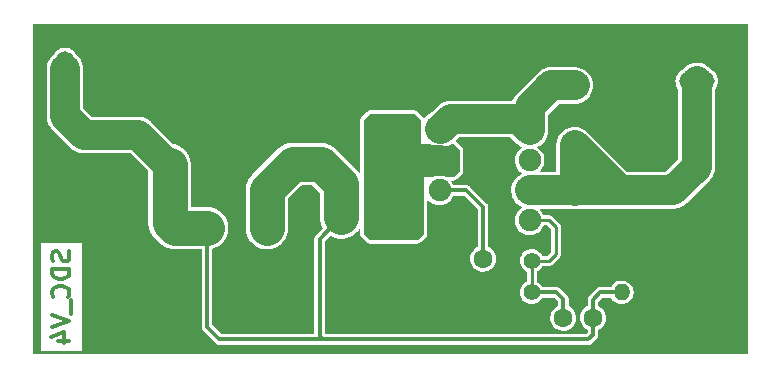
<source format=gbr>
%TF.GenerationSoftware,KiCad,Pcbnew,(6.0.8)*%
%TF.CreationDate,2022-11-19T23:42:55+04:00*%
%TF.ProjectId,MC34063_Buck,4d433334-3036-4335-9f42-75636b2e6b69,rev?*%
%TF.SameCoordinates,Original*%
%TF.FileFunction,Copper,L2,Bot*%
%TF.FilePolarity,Positive*%
%FSLAX46Y46*%
G04 Gerber Fmt 4.6, Leading zero omitted, Abs format (unit mm)*
G04 Created by KiCad (PCBNEW (6.0.8)) date 2022-11-19 23:42:55*
%MOMM*%
%LPD*%
G01*
G04 APERTURE LIST*
%ADD10C,0.300000*%
%TA.AperFunction,NonConductor*%
%ADD11C,0.300000*%
%TD*%
%TA.AperFunction,ComponentPad*%
%ADD12R,2.000000X2.000000*%
%TD*%
%TA.AperFunction,ComponentPad*%
%ADD13C,2.000000*%
%TD*%
%TA.AperFunction,ComponentPad*%
%ADD14C,1.600000*%
%TD*%
%TA.AperFunction,ComponentPad*%
%ADD15R,2.800000X2.800000*%
%TD*%
%TA.AperFunction,ComponentPad*%
%ADD16O,2.800000X2.800000*%
%TD*%
%TA.AperFunction,ComponentPad*%
%ADD17R,1.905000X1.905000*%
%TD*%
%TA.AperFunction,ComponentPad*%
%ADD18C,1.905000*%
%TD*%
%TA.AperFunction,ComponentPad*%
%ADD19C,1.400000*%
%TD*%
%TA.AperFunction,ComponentPad*%
%ADD20O,1.400000X1.400000*%
%TD*%
%TA.AperFunction,ComponentPad*%
%ADD21C,2.400000*%
%TD*%
%TA.AperFunction,ComponentPad*%
%ADD22O,2.400000X2.400000*%
%TD*%
%TA.AperFunction,ComponentPad*%
%ADD23O,3.010000X1.510000*%
%TD*%
%TA.AperFunction,ComponentPad*%
%ADD24O,1.510000X3.010000*%
%TD*%
%TA.AperFunction,Conductor*%
%ADD25C,2.500000*%
%TD*%
%TA.AperFunction,Conductor*%
%ADD26C,0.300000*%
%TD*%
%TA.AperFunction,Conductor*%
%ADD27C,3.000000*%
%TD*%
%TA.AperFunction,Conductor*%
%ADD28C,0.250000*%
%TD*%
%TA.AperFunction,Conductor*%
%ADD29C,1.000000*%
%TD*%
G04 APERTURE END LIST*
D10*
D11*
X100479942Y-84788857D02*
X100551371Y-85003142D01*
X100551371Y-85360285D01*
X100479942Y-85503142D01*
X100408514Y-85574571D01*
X100265657Y-85646000D01*
X100122800Y-85646000D01*
X99979942Y-85574571D01*
X99908514Y-85503142D01*
X99837085Y-85360285D01*
X99765657Y-85074571D01*
X99694228Y-84931714D01*
X99622800Y-84860285D01*
X99479942Y-84788857D01*
X99337085Y-84788857D01*
X99194228Y-84860285D01*
X99122800Y-84931714D01*
X99051371Y-85074571D01*
X99051371Y-85431714D01*
X99122800Y-85646000D01*
X100551371Y-86288857D02*
X99051371Y-86288857D01*
X99051371Y-86646000D01*
X99122800Y-86860285D01*
X99265657Y-87003142D01*
X99408514Y-87074571D01*
X99694228Y-87146000D01*
X99908514Y-87146000D01*
X100194228Y-87074571D01*
X100337085Y-87003142D01*
X100479942Y-86860285D01*
X100551371Y-86646000D01*
X100551371Y-86288857D01*
X100408514Y-88646000D02*
X100479942Y-88574571D01*
X100551371Y-88360285D01*
X100551371Y-88217428D01*
X100479942Y-88003142D01*
X100337085Y-87860285D01*
X100194228Y-87788857D01*
X99908514Y-87717428D01*
X99694228Y-87717428D01*
X99408514Y-87788857D01*
X99265657Y-87860285D01*
X99122800Y-88003142D01*
X99051371Y-88217428D01*
X99051371Y-88360285D01*
X99122800Y-88574571D01*
X99194228Y-88646000D01*
X100694228Y-88931714D02*
X100694228Y-90074571D01*
X99051371Y-90217428D02*
X100551371Y-90717428D01*
X99051371Y-91217428D01*
X99551371Y-92360285D02*
X100551371Y-92360285D01*
X98979942Y-92003142D02*
X100051371Y-91646000D01*
X100051371Y-92574571D01*
D12*
%TO.P,C1,1*%
%TO.N,VCC*%
X150495000Y-79629000D03*
D13*
%TO.P,C1,2*%
%TO.N,GNDREF*%
X150495000Y-74629000D03*
%TD*%
D14*
%TO.P,C2,1*%
%TO.N,Net-(C2-Pad1)*%
X135572500Y-85407500D03*
%TO.P,C2,2*%
%TO.N,GNDREF*%
X133072500Y-85407500D03*
%TD*%
D12*
%TO.P,C3,1*%
%TO.N,Vout1*%
X120142000Y-77406500D03*
D13*
%TO.P,C3,2*%
%TO.N,GNDREF*%
X120142000Y-72406500D03*
%TD*%
D12*
%TO.P,C4,1*%
%TO.N,Vout1*%
X109029500Y-77470000D03*
D13*
%TO.P,C4,2*%
%TO.N,GNDREF*%
X109029500Y-72470000D03*
%TD*%
D14*
%TO.P,C5,1*%
%TO.N,Net-(C5-Pad1)*%
X142367000Y-90424000D03*
%TO.P,C5,2*%
%TO.N,Vout1*%
X144867000Y-90424000D03*
%TD*%
D15*
%TO.P,D1,1*%
%TO.N,Net-(D1-Pad1)*%
X128016000Y-75692000D03*
D16*
%TO.P,D1,2*%
%TO.N,GNDREF*%
X128016000Y-70612000D03*
%TD*%
D17*
%TO.P,L1,1*%
%TO.N,Net-(D1-Pad1)*%
X128651000Y-81915000D03*
D18*
%TO.P,L1,2*%
%TO.N,Vout1*%
X123571000Y-81915000D03*
%TD*%
D17*
%TO.P,L2,1*%
%TO.N,Vout1*%
X117284500Y-82804000D03*
D18*
%TO.P,L2,2*%
X112204500Y-82804000D03*
%TD*%
D19*
%TO.P,R1,1*%
%TO.N,Net-(C5-Pad1)*%
X139700000Y-85598000D03*
D20*
%TO.P,R1,2*%
%TO.N,GNDREF*%
X147320000Y-85598000D03*
%TD*%
D21*
%TO.P,R2,1*%
%TO.N,VCC*%
X143319500Y-75819000D03*
D22*
%TO.P,R2,2*%
%TO.N,Net-(R2-Pad2)*%
X143319500Y-70739000D03*
%TD*%
D19*
%TO.P,R3,1*%
%TO.N,Net-(C5-Pad1)*%
X139700000Y-88265000D03*
D20*
%TO.P,R3,2*%
%TO.N,Vout1*%
X147320000Y-88265000D03*
%TD*%
D18*
%TO.P,U1,1*%
%TO.N,Net-(R2-Pad2)*%
X131889500Y-74549000D03*
%TO.P,U1,2*%
%TO.N,Net-(D1-Pad1)*%
X131889500Y-77089000D03*
%TO.P,U1,3*%
%TO.N,Net-(C2-Pad1)*%
X131889500Y-79629000D03*
%TO.P,U1,4*%
%TO.N,GNDREF*%
X131889500Y-82169000D03*
%TO.P,U1,5*%
%TO.N,Net-(C5-Pad1)*%
X139509500Y-82169000D03*
%TO.P,U1,6*%
%TO.N,VCC*%
X139509500Y-79629000D03*
%TO.P,U1,7*%
%TO.N,Net-(R2-Pad2)*%
X139509500Y-77089000D03*
%TO.P,U1,8*%
X139509500Y-74549000D03*
%TD*%
D14*
%TO.P,C6,1*%
%TO.N,VCC*%
X143319500Y-79669000D03*
%TO.P,C6,2*%
%TO.N,GNDREF*%
X143319500Y-82169000D03*
%TD*%
D23*
%TO.P,Vin,1*%
%TO.N,GNDREF*%
X153670000Y-67818000D03*
%TO.P,Vin,2*%
%TO.N,VCC*%
X153670000Y-70358000D03*
%TD*%
D24*
%TO.P,Vout,1*%
%TO.N,Vout1*%
X100177600Y-69342000D03*
%TO.P,Vout,2*%
%TO.N,GNDREF*%
X102717600Y-69342000D03*
%TD*%
D25*
%TO.N,VCC*%
X139509500Y-79629000D02*
X143279500Y-79629000D01*
X145669000Y-78168500D02*
X145669000Y-79629000D01*
X147129500Y-79629000D02*
X148209000Y-79629000D01*
X148209000Y-79629000D02*
X145669000Y-79629000D01*
X150495000Y-79629000D02*
X148209000Y-79629000D01*
X143319500Y-75819000D02*
X145669000Y-78168500D01*
X151663400Y-79629000D02*
X150495000Y-79629000D01*
X143319500Y-75819000D02*
X143319500Y-79669000D01*
X143319500Y-75819000D02*
X147129500Y-79629000D01*
X153670000Y-77622400D02*
X151663400Y-79629000D01*
X145669000Y-79629000D02*
X143359500Y-79629000D01*
X143359500Y-79629000D02*
X143319500Y-79669000D01*
X153670000Y-70358000D02*
X153670000Y-77622400D01*
X143279500Y-79629000D02*
X143319500Y-79669000D01*
D26*
%TO.N,Net-(C2-Pad1)*%
X135572500Y-81072500D02*
X135572500Y-85407500D01*
X134129000Y-79629000D02*
X135572500Y-81072500D01*
X131889500Y-79629000D02*
X134129000Y-79629000D01*
%TO.N,Vout1*%
X144500000Y-92250000D02*
X122000000Y-92250000D01*
X121750000Y-83736000D02*
X123571000Y-81915000D01*
D25*
X101760600Y-74930000D02*
X100177600Y-73347000D01*
X109029500Y-77470000D02*
X108915200Y-77470000D01*
D27*
X109029500Y-82359500D02*
X109029500Y-77470000D01*
X119888000Y-77406500D02*
X121856500Y-77406500D01*
X117284500Y-79565500D02*
X119443500Y-77406500D01*
D26*
X144867000Y-91883000D02*
X144500000Y-92250000D01*
D25*
X100177600Y-73347000D02*
X100177600Y-69342000D01*
D26*
X144867000Y-90424000D02*
X144867000Y-91883000D01*
X145485000Y-88265000D02*
X147320000Y-88265000D01*
D27*
X109474000Y-82804000D02*
X109029500Y-82359500D01*
X117284500Y-82804000D02*
X117284500Y-79565500D01*
D26*
X121750000Y-92000000D02*
X121750000Y-83736000D01*
X122000000Y-92250000D02*
X113250000Y-92250000D01*
D27*
X119443500Y-77406500D02*
X119888000Y-77406500D01*
X123571000Y-79121000D02*
X123571000Y-81915000D01*
D26*
X112204500Y-91204500D02*
X112204500Y-82804000D01*
D27*
X112204500Y-82804000D02*
X109474000Y-82804000D01*
D26*
X144867000Y-88883000D02*
X145485000Y-88265000D01*
X144867000Y-90424000D02*
X144867000Y-88883000D01*
D27*
X121856500Y-77406500D02*
X123571000Y-79121000D01*
D25*
X106375200Y-74930000D02*
X101760600Y-74930000D01*
D26*
X113250000Y-92250000D02*
X112204500Y-91204500D01*
D25*
X108915200Y-77470000D02*
X106375200Y-74930000D01*
D26*
X122000000Y-92250000D02*
X121750000Y-92000000D01*
D28*
%TO.N,Net-(C5-Pad1)*%
X141152000Y-85598000D02*
X139700000Y-85598000D01*
D26*
X141780000Y-88265000D02*
X139700000Y-88265000D01*
D28*
X139509500Y-82169000D02*
X141169000Y-82169000D01*
X141750000Y-82750000D02*
X141750000Y-85000000D01*
X141169000Y-82169000D02*
X141750000Y-82750000D01*
D26*
X142367000Y-90424000D02*
X142367000Y-88852000D01*
X142367000Y-88852000D02*
X141780000Y-88265000D01*
D28*
X139700000Y-85598000D02*
X139700000Y-88265000D01*
X141750000Y-85000000D02*
X141152000Y-85598000D01*
D25*
%TO.N,Net-(D1-Pad1)*%
X129413000Y-77089000D02*
X128016000Y-75692000D01*
X128016000Y-75692000D02*
X128016000Y-77827500D01*
D29*
X128016000Y-81280000D02*
X128651000Y-81915000D01*
D25*
X130024500Y-77089000D02*
X131889500Y-77089000D01*
X128651000Y-78462500D02*
X130024500Y-77089000D01*
X128651000Y-81915000D02*
X128651000Y-78462500D01*
X128016000Y-77827500D02*
X128651000Y-78462500D01*
X131889500Y-77089000D02*
X129413000Y-77089000D01*
%TO.N,Net-(R2-Pad2)*%
X139509500Y-72580500D02*
X139509500Y-74549000D01*
D28*
X139509500Y-77089000D02*
X140335000Y-77089000D01*
X139509500Y-77089000D02*
X140081000Y-77089000D01*
D25*
X143319500Y-70739000D02*
X141351000Y-70739000D01*
X139509500Y-74549000D02*
X138557001Y-73596501D01*
X132049510Y-74388990D02*
X131889500Y-74388990D01*
X138557001Y-73596501D02*
X132841999Y-73596501D01*
X141351000Y-70739000D02*
X139509500Y-72580500D01*
X132841999Y-73596501D02*
X132049510Y-74388990D01*
%TD*%
%TA.AperFunction,Conductor*%
%TO.N,GNDREF*%
G36*
X157985648Y-65514352D02*
G01*
X158000000Y-65549000D01*
X158000000Y-93451000D01*
X157985648Y-93485648D01*
X157951000Y-93500000D01*
X97549000Y-93500000D01*
X97514352Y-93485648D01*
X97500000Y-93451000D01*
X97500000Y-93239357D01*
X98139800Y-93239357D01*
X101605800Y-93239357D01*
X101605800Y-84052643D01*
X98139800Y-84052643D01*
X98139800Y-93239357D01*
X97500000Y-93239357D01*
X97500000Y-73428411D01*
X98624188Y-73428411D01*
X98634348Y-73504557D01*
X98635149Y-73510557D01*
X98635420Y-73513103D01*
X98637069Y-73533592D01*
X98639013Y-73557750D01*
X98642066Y-73595702D01*
X98642534Y-73597607D01*
X98642536Y-73597620D01*
X98651160Y-73632729D01*
X98652145Y-73637937D01*
X98656375Y-73669636D01*
X98657187Y-73675725D01*
X98657755Y-73677606D01*
X98681138Y-73755056D01*
X98681815Y-73757530D01*
X98701582Y-73838006D01*
X98702352Y-73839820D01*
X98716476Y-73873096D01*
X98718280Y-73878078D01*
X98729301Y-73914582D01*
X98730167Y-73916357D01*
X98765630Y-73989067D01*
X98766694Y-73991401D01*
X98798303Y-74065869D01*
X98798306Y-74065875D01*
X98799071Y-74067677D01*
X98819392Y-74099946D01*
X98821961Y-74104561D01*
X98838678Y-74138837D01*
X98839814Y-74140448D01*
X98839815Y-74140449D01*
X98886447Y-74206555D01*
X98887870Y-74208689D01*
X98932027Y-74278808D01*
X98954242Y-74304006D01*
X98957238Y-74307404D01*
X98960522Y-74311562D01*
X98982501Y-74342719D01*
X99002687Y-74364825D01*
X99045307Y-74407445D01*
X99047414Y-74409689D01*
X99093703Y-74462193D01*
X99097028Y-74465965D01*
X99120786Y-74485480D01*
X99133250Y-74495718D01*
X99136796Y-74498934D01*
X100647598Y-76009736D01*
X100648552Y-76010717D01*
X100719738Y-76085994D01*
X100785586Y-76136338D01*
X100787555Y-76137927D01*
X100850672Y-76191645D01*
X100852358Y-76192666D01*
X100852362Y-76192669D01*
X100883288Y-76211398D01*
X100887666Y-76214385D01*
X100917949Y-76237538D01*
X100919686Y-76238470D01*
X100919687Y-76238470D01*
X100990987Y-76276701D01*
X100993215Y-76277972D01*
X101062409Y-76319878D01*
X101062415Y-76319881D01*
X101064091Y-76320896D01*
X101065913Y-76321632D01*
X101099435Y-76335176D01*
X101104234Y-76337424D01*
X101115740Y-76343593D01*
X101137839Y-76355443D01*
X101139704Y-76356085D01*
X101139706Y-76356086D01*
X101216188Y-76382421D01*
X101218591Y-76383319D01*
X101248309Y-76395326D01*
X101295428Y-76414363D01*
X101332612Y-76422811D01*
X101337701Y-76424261D01*
X101373752Y-76436674D01*
X101455425Y-76450781D01*
X101457914Y-76451278D01*
X101538735Y-76469641D01*
X101540701Y-76469765D01*
X101540703Y-76469765D01*
X101557544Y-76470824D01*
X101576789Y-76472035D01*
X101582045Y-76472653D01*
X101619617Y-76479142D01*
X101621146Y-76479211D01*
X101621151Y-76479212D01*
X101648964Y-76480475D01*
X101648979Y-76480475D01*
X101649522Y-76480500D01*
X101709805Y-76480500D01*
X101712882Y-76480597D01*
X101718595Y-76480956D01*
X101785775Y-76485183D01*
X101785777Y-76485183D01*
X101787748Y-76485307D01*
X101834389Y-76480734D01*
X101839169Y-76480500D01*
X105712666Y-76480500D01*
X105747314Y-76494852D01*
X107214648Y-77962186D01*
X107229000Y-77996834D01*
X107229000Y-82305553D01*
X107228921Y-82308331D01*
X107224226Y-82391011D01*
X107224393Y-82392827D01*
X107224393Y-82392833D01*
X107234990Y-82508158D01*
X107235060Y-82508992D01*
X107238952Y-82561367D01*
X107243517Y-82622792D01*
X107243783Y-82626377D01*
X107244184Y-82628149D01*
X107246560Y-82638651D01*
X107247562Y-82644979D01*
X107248713Y-82657501D01*
X107249144Y-82659262D01*
X107276676Y-82771779D01*
X107276872Y-82772610D01*
X107302845Y-82887391D01*
X107303497Y-82889068D01*
X107303502Y-82889084D01*
X107307404Y-82899118D01*
X107309330Y-82905226D01*
X107311889Y-82915681D01*
X107312321Y-82917445D01*
X107337507Y-82979007D01*
X107356898Y-83026406D01*
X107357201Y-83027168D01*
X107399838Y-83136809D01*
X107406086Y-83147741D01*
X107408883Y-83153476D01*
X107413652Y-83165132D01*
X107414583Y-83166696D01*
X107414583Y-83166697D01*
X107473832Y-83266286D01*
X107474252Y-83267005D01*
X107532632Y-83369150D01*
X107540430Y-83379042D01*
X107544044Y-83384302D01*
X107550481Y-83395121D01*
X107551629Y-83396526D01*
X107551631Y-83396529D01*
X107624927Y-83486238D01*
X107625461Y-83486902D01*
X107698310Y-83579311D01*
X107699627Y-83580550D01*
X107699628Y-83580551D01*
X107777195Y-83653519D01*
X107778269Y-83654561D01*
X108162697Y-84038988D01*
X108164606Y-84041008D01*
X108219760Y-84102803D01*
X108221162Y-84103969D01*
X108221163Y-84103970D01*
X108310199Y-84178020D01*
X108310852Y-84178572D01*
X108400018Y-84255403D01*
X108401559Y-84256375D01*
X108401568Y-84256382D01*
X108410662Y-84262120D01*
X108415840Y-84265881D01*
X108425512Y-84273925D01*
X108427061Y-84274865D01*
X108526103Y-84334965D01*
X108526830Y-84335415D01*
X108626346Y-84398205D01*
X108637858Y-84403270D01*
X108643546Y-84406231D01*
X108652750Y-84411817D01*
X108652754Y-84411819D01*
X108654298Y-84412756D01*
X108655966Y-84413455D01*
X108655967Y-84413456D01*
X108762809Y-84458259D01*
X108763595Y-84458597D01*
X108806031Y-84477269D01*
X108871295Y-84505986D01*
X108873053Y-84506465D01*
X108873058Y-84506467D01*
X108883436Y-84509296D01*
X108889497Y-84511383D01*
X108901091Y-84516245D01*
X108902855Y-84516693D01*
X108902861Y-84516695D01*
X108989213Y-84538625D01*
X109015094Y-84545198D01*
X109015890Y-84545406D01*
X109026016Y-84548167D01*
X109127730Y-84575898D01*
X109127736Y-84575899D01*
X109129485Y-84576376D01*
X109136594Y-84577218D01*
X109141978Y-84577855D01*
X109148274Y-84579022D01*
X109160470Y-84582119D01*
X109202342Y-84586335D01*
X109277557Y-84593909D01*
X109278407Y-84594002D01*
X109340406Y-84601340D01*
X109395243Y-84607830D01*
X109397053Y-84607775D01*
X109397059Y-84607775D01*
X109503488Y-84604523D01*
X109504984Y-84604500D01*
X111705000Y-84604500D01*
X111739648Y-84618852D01*
X111754000Y-84653500D01*
X111754000Y-91174827D01*
X111753660Y-91180585D01*
X111749136Y-91218810D01*
X111759901Y-91277753D01*
X111760142Y-91279208D01*
X111769051Y-91338462D01*
X111770637Y-91341764D01*
X111771655Y-91345074D01*
X111772816Y-91348466D01*
X111773475Y-91352073D01*
X111775166Y-91355328D01*
X111801066Y-91405188D01*
X111801754Y-91406565D01*
X111814767Y-91433664D01*
X111827691Y-91460579D01*
X111830177Y-91463268D01*
X111832236Y-91466298D01*
X111831947Y-91466494D01*
X111832786Y-91467687D01*
X111833073Y-91467494D01*
X111834635Y-91469812D01*
X111835921Y-91472288D01*
X111837733Y-91474409D01*
X111837733Y-91474410D01*
X111839607Y-91476605D01*
X111839615Y-91476613D01*
X111840225Y-91477328D01*
X111878533Y-91515636D01*
X111879867Y-91517023D01*
X111919646Y-91560056D01*
X111922813Y-91561895D01*
X111925673Y-91564187D01*
X111925643Y-91564224D01*
X111932054Y-91569157D01*
X112910462Y-92547565D01*
X112914294Y-92551877D01*
X112938128Y-92582110D01*
X112941142Y-92584193D01*
X112941144Y-92584195D01*
X112987393Y-92616160D01*
X112988646Y-92617055D01*
X112996090Y-92622553D01*
X113036816Y-92652634D01*
X113040271Y-92653847D01*
X113043372Y-92655489D01*
X113046559Y-92657050D01*
X113049569Y-92659131D01*
X113053060Y-92660235D01*
X113053062Y-92660236D01*
X113106667Y-92677189D01*
X113108085Y-92677662D01*
X113164631Y-92697519D01*
X113168291Y-92697663D01*
X113171890Y-92698349D01*
X113171825Y-92698688D01*
X113173260Y-92698938D01*
X113173325Y-92698603D01*
X113176065Y-92699137D01*
X113178730Y-92699980D01*
X113185337Y-92700500D01*
X113239537Y-92700500D01*
X113241461Y-92700538D01*
X113299994Y-92702838D01*
X113303536Y-92701899D01*
X113307176Y-92701497D01*
X113307181Y-92701544D01*
X113315197Y-92700500D01*
X121989537Y-92700500D01*
X121991461Y-92700538D01*
X122049994Y-92702838D01*
X122053536Y-92701899D01*
X122057176Y-92701497D01*
X122057181Y-92701544D01*
X122065197Y-92700500D01*
X144470327Y-92700500D01*
X144476085Y-92700840D01*
X144514310Y-92705364D01*
X144573253Y-92694599D01*
X144574708Y-92694358D01*
X144633962Y-92685449D01*
X144637264Y-92683863D01*
X144640574Y-92682845D01*
X144643966Y-92681684D01*
X144647573Y-92681025D01*
X144700701Y-92653427D01*
X144702051Y-92652753D01*
X144722383Y-92642990D01*
X144752777Y-92628395D01*
X144752779Y-92628394D01*
X144756079Y-92626809D01*
X144758768Y-92624323D01*
X144761798Y-92622264D01*
X144761994Y-92622553D01*
X144763187Y-92621714D01*
X144762994Y-92621427D01*
X144765312Y-92619865D01*
X144767788Y-92618579D01*
X144769910Y-92616767D01*
X144772105Y-92614893D01*
X144772113Y-92614885D01*
X144772828Y-92614275D01*
X144811136Y-92575967D01*
X144812523Y-92574633D01*
X144852865Y-92537342D01*
X144852866Y-92537340D01*
X144855556Y-92534854D01*
X144857395Y-92531687D01*
X144859687Y-92528827D01*
X144859724Y-92528857D01*
X144864657Y-92522446D01*
X145164565Y-92222538D01*
X145168877Y-92218706D01*
X145196234Y-92197139D01*
X145199110Y-92194872D01*
X145201193Y-92191858D01*
X145201195Y-92191856D01*
X145233160Y-92145607D01*
X145234055Y-92144354D01*
X145267457Y-92099131D01*
X145269634Y-92096184D01*
X145270847Y-92092729D01*
X145272489Y-92089628D01*
X145274050Y-92086441D01*
X145276131Y-92083431D01*
X145294190Y-92026329D01*
X145294662Y-92024915D01*
X145314519Y-91968369D01*
X145314663Y-91964709D01*
X145315349Y-91961110D01*
X145315688Y-91961175D01*
X145315938Y-91959740D01*
X145315603Y-91959675D01*
X145316137Y-91956935D01*
X145316980Y-91954270D01*
X145317500Y-91947663D01*
X145317500Y-91893463D01*
X145317538Y-91891539D01*
X145319694Y-91836667D01*
X145319838Y-91833006D01*
X145318899Y-91829464D01*
X145318497Y-91825824D01*
X145318544Y-91825819D01*
X145317500Y-91817803D01*
X145317500Y-91461840D01*
X145331852Y-91427192D01*
X145342558Y-91419088D01*
X145491039Y-91335936D01*
X145491041Y-91335935D01*
X145493001Y-91334837D01*
X145555433Y-91282913D01*
X145646782Y-91206938D01*
X145648505Y-91205505D01*
X145669230Y-91180586D01*
X145776401Y-91051728D01*
X145776403Y-91051726D01*
X145777837Y-91050001D01*
X145876664Y-90873531D01*
X145941678Y-90682007D01*
X145970700Y-90481842D01*
X145972215Y-90424000D01*
X145953708Y-90222591D01*
X145898807Y-90027926D01*
X145886617Y-90003206D01*
X145810345Y-89848543D01*
X145809351Y-89846527D01*
X145688335Y-89684467D01*
X145539812Y-89547174D01*
X145514722Y-89531343D01*
X145495979Y-89519517D01*
X145368757Y-89439246D01*
X145348343Y-89431102D01*
X145321480Y-89404933D01*
X145317500Y-89385590D01*
X145317500Y-89089899D01*
X145331852Y-89055251D01*
X145657251Y-88729852D01*
X145691899Y-88715500D01*
X146396673Y-88715500D01*
X146431321Y-88729852D01*
X146440254Y-88742102D01*
X146472523Y-88804890D01*
X146474944Y-88809601D01*
X146476430Y-88811476D01*
X146476432Y-88811479D01*
X146526351Y-88874461D01*
X146596818Y-88963369D01*
X146598644Y-88964923D01*
X146598645Y-88964924D01*
X146629548Y-88991224D01*
X146746238Y-89090535D01*
X146917513Y-89186257D01*
X146963583Y-89201226D01*
X147101836Y-89246148D01*
X147101840Y-89246149D01*
X147104118Y-89246889D01*
X147298946Y-89270121D01*
X147494576Y-89255068D01*
X147683556Y-89202303D01*
X147685685Y-89201228D01*
X147685689Y-89201226D01*
X147768323Y-89159484D01*
X147858689Y-89113837D01*
X148013303Y-88993040D01*
X148037572Y-88964924D01*
X148139938Y-88846332D01*
X148139942Y-88846327D01*
X148141509Y-88844511D01*
X148238425Y-88673909D01*
X148256228Y-88620393D01*
X148299602Y-88490004D01*
X148300358Y-88487732D01*
X148324949Y-88293071D01*
X148325341Y-88265000D01*
X148306194Y-88069728D01*
X148281530Y-87988036D01*
X148250178Y-87884191D01*
X148250176Y-87884186D01*
X148249484Y-87881894D01*
X148157370Y-87708653D01*
X148033361Y-87556602D01*
X147882180Y-87431535D01*
X147709585Y-87338213D01*
X147522152Y-87280193D01*
X147519775Y-87279943D01*
X147519774Y-87279943D01*
X147329402Y-87259933D01*
X147329397Y-87259933D01*
X147327019Y-87259683D01*
X147324634Y-87259900D01*
X147324629Y-87259900D01*
X147229318Y-87268575D01*
X147131618Y-87277466D01*
X146996918Y-87317111D01*
X146945696Y-87332186D01*
X146945694Y-87332187D01*
X146943393Y-87332864D01*
X146769512Y-87423767D01*
X146616600Y-87546711D01*
X146615057Y-87548550D01*
X146492020Y-87695180D01*
X146492017Y-87695184D01*
X146490480Y-87697016D01*
X146482918Y-87710771D01*
X146439853Y-87789106D01*
X146410585Y-87812554D01*
X146396914Y-87814500D01*
X145514673Y-87814500D01*
X145508914Y-87814160D01*
X145470690Y-87809636D01*
X145411747Y-87820401D01*
X145410292Y-87820642D01*
X145351038Y-87829551D01*
X145347736Y-87831137D01*
X145344426Y-87832155D01*
X145341034Y-87833316D01*
X145337427Y-87833975D01*
X145284299Y-87861573D01*
X145282949Y-87862247D01*
X145278168Y-87864543D01*
X145232223Y-87886605D01*
X145232221Y-87886606D01*
X145228921Y-87888191D01*
X145226232Y-87890677D01*
X145223202Y-87892736D01*
X145223006Y-87892447D01*
X145221813Y-87893286D01*
X145222006Y-87893573D01*
X145219688Y-87895135D01*
X145217212Y-87896421D01*
X145215091Y-87898233D01*
X145215090Y-87898233D01*
X145212895Y-87900107D01*
X145212887Y-87900115D01*
X145212172Y-87900725D01*
X145173864Y-87939033D01*
X145172477Y-87940367D01*
X145132135Y-87977658D01*
X145132134Y-87977660D01*
X145129444Y-87980146D01*
X145127605Y-87983313D01*
X145125313Y-87986173D01*
X145125276Y-87986143D01*
X145120343Y-87992554D01*
X144569435Y-88543462D01*
X144565123Y-88547294D01*
X144534890Y-88571128D01*
X144532807Y-88574142D01*
X144532805Y-88574144D01*
X144500840Y-88620393D01*
X144499945Y-88621646D01*
X144464366Y-88669816D01*
X144463153Y-88673271D01*
X144461511Y-88676372D01*
X144459950Y-88679559D01*
X144457869Y-88682569D01*
X144456765Y-88686060D01*
X144456764Y-88686062D01*
X144439811Y-88739667D01*
X144439338Y-88741085D01*
X144419481Y-88797631D01*
X144419337Y-88801291D01*
X144418651Y-88804890D01*
X144418312Y-88804825D01*
X144418062Y-88806260D01*
X144418397Y-88806325D01*
X144417863Y-88809065D01*
X144417020Y-88811730D01*
X144416500Y-88818337D01*
X144416500Y-88872537D01*
X144416462Y-88874461D01*
X144414162Y-88932994D01*
X144415102Y-88936537D01*
X144415503Y-88940174D01*
X144415456Y-88940179D01*
X144416500Y-88948196D01*
X144416500Y-89383689D01*
X144402148Y-89418337D01*
X144391039Y-89426190D01*
X144391193Y-89426449D01*
X144219301Y-89528713D01*
X144219295Y-89528717D01*
X144217371Y-89529862D01*
X144215683Y-89531342D01*
X144215682Y-89531343D01*
X144198998Y-89545975D01*
X144065305Y-89663220D01*
X144063920Y-89664977D01*
X144063917Y-89664980D01*
X144048555Y-89684467D01*
X143940089Y-89822057D01*
X143845914Y-90001053D01*
X143845247Y-90003201D01*
X143845245Y-90003206D01*
X143786605Y-90192061D01*
X143785937Y-90194213D01*
X143785672Y-90196452D01*
X143782313Y-90224836D01*
X143762164Y-90395069D01*
X143775392Y-90596894D01*
X143825178Y-90792928D01*
X143909856Y-90976607D01*
X144026588Y-91141780D01*
X144028192Y-91143343D01*
X144028195Y-91143346D01*
X144090235Y-91203782D01*
X144171466Y-91282913D01*
X144173328Y-91284157D01*
X144173329Y-91284158D01*
X144279842Y-91355328D01*
X144339637Y-91395282D01*
X144386844Y-91415564D01*
X144413012Y-91442427D01*
X144416500Y-91460584D01*
X144416500Y-91676101D01*
X144402148Y-91710749D01*
X144327749Y-91785148D01*
X144293101Y-91799500D01*
X122249500Y-91799500D01*
X122214852Y-91785148D01*
X122200500Y-91750500D01*
X122200500Y-83942899D01*
X122214852Y-83908251D01*
X122628295Y-83494808D01*
X122662943Y-83480456D01*
X122684615Y-83485509D01*
X122839304Y-83561792D01*
X122894629Y-83589076D01*
X122896366Y-83589632D01*
X122896371Y-83589634D01*
X123147772Y-83670108D01*
X123149503Y-83670662D01*
X123151287Y-83670952D01*
X123151293Y-83670954D01*
X123401709Y-83711736D01*
X123413636Y-83713678D01*
X123415456Y-83713702D01*
X123415458Y-83713702D01*
X123509922Y-83714938D01*
X123681226Y-83717181D01*
X123683026Y-83716936D01*
X123683027Y-83716936D01*
X123944587Y-83681339D01*
X123944586Y-83681339D01*
X123946395Y-83681093D01*
X124203317Y-83606208D01*
X124446348Y-83494169D01*
X124457428Y-83486905D01*
X124515181Y-83449040D01*
X124670149Y-83347438D01*
X124869803Y-83169240D01*
X124882901Y-83153492D01*
X125028018Y-82979007D01*
X125040925Y-82963488D01*
X125042214Y-82961364D01*
X125079609Y-82899739D01*
X125109853Y-82877563D01*
X125146920Y-82883268D01*
X125169096Y-82913512D01*
X125170500Y-82925159D01*
X125170500Y-83299704D01*
X125170971Y-83302070D01*
X125190154Y-83398506D01*
X125193756Y-83416616D01*
X125208108Y-83451264D01*
X125274331Y-83550373D01*
X125745627Y-84021669D01*
X125844736Y-84087892D01*
X125879384Y-84102244D01*
X125881747Y-84102714D01*
X125881750Y-84102715D01*
X125937840Y-84113872D01*
X125996296Y-84125500D01*
X130035704Y-84125500D01*
X130094160Y-84113872D01*
X130150250Y-84102715D01*
X130150253Y-84102714D01*
X130152616Y-84102244D01*
X130187264Y-84087892D01*
X130286373Y-84021669D01*
X130757669Y-83550373D01*
X130823892Y-83451264D01*
X130838244Y-83416616D01*
X130841847Y-83398506D01*
X130861029Y-83302070D01*
X130861500Y-83299704D01*
X130861500Y-80491305D01*
X130875852Y-80456657D01*
X130910500Y-80442305D01*
X130945148Y-80456657D01*
X131081011Y-80592520D01*
X131082768Y-80593750D01*
X131082770Y-80593752D01*
X131246006Y-80708051D01*
X131260607Y-80718275D01*
X131262541Y-80719177D01*
X131262543Y-80719178D01*
X131347735Y-80758903D01*
X131459312Y-80810932D01*
X131461377Y-80811485D01*
X131461379Y-80811486D01*
X131669016Y-80867122D01*
X131669018Y-80867122D01*
X131671088Y-80867677D01*
X131673215Y-80867863D01*
X131673220Y-80867864D01*
X131887374Y-80886600D01*
X131889500Y-80886786D01*
X131891626Y-80886600D01*
X132105780Y-80867864D01*
X132105785Y-80867863D01*
X132107912Y-80867677D01*
X132109982Y-80867122D01*
X132109984Y-80867122D01*
X132317621Y-80811486D01*
X132317623Y-80811485D01*
X132319688Y-80810932D01*
X132431265Y-80758903D01*
X132516457Y-80719178D01*
X132516459Y-80719177D01*
X132518393Y-80718275D01*
X132532994Y-80708051D01*
X132696230Y-80593752D01*
X132696232Y-80593750D01*
X132697989Y-80592520D01*
X132853020Y-80437489D01*
X132941385Y-80311292D01*
X132977549Y-80259644D01*
X132977549Y-80259643D01*
X132978775Y-80257893D01*
X133048768Y-80107791D01*
X133076417Y-80082455D01*
X133093176Y-80079500D01*
X133922101Y-80079500D01*
X133956749Y-80093852D01*
X135107648Y-81244751D01*
X135122000Y-81279399D01*
X135122000Y-84367189D01*
X135107648Y-84401837D01*
X135096539Y-84409690D01*
X135096693Y-84409949D01*
X134924801Y-84512213D01*
X134924795Y-84512217D01*
X134922871Y-84513362D01*
X134921183Y-84514842D01*
X134921182Y-84514843D01*
X134811372Y-84611144D01*
X134770805Y-84646720D01*
X134769420Y-84648477D01*
X134769417Y-84648480D01*
X134682872Y-84758263D01*
X134645589Y-84805557D01*
X134551414Y-84984553D01*
X134550747Y-84986701D01*
X134550745Y-84986706D01*
X134492105Y-85175561D01*
X134491437Y-85177713D01*
X134491172Y-85179952D01*
X134487813Y-85208336D01*
X134467664Y-85378569D01*
X134480892Y-85580394D01*
X134530678Y-85776428D01*
X134615356Y-85960107D01*
X134732088Y-86125280D01*
X134733692Y-86126843D01*
X134733695Y-86126846D01*
X134751796Y-86144479D01*
X134876966Y-86266413D01*
X134878828Y-86267657D01*
X134878829Y-86267658D01*
X135043269Y-86377534D01*
X135045137Y-86378782D01*
X135230970Y-86458622D01*
X135289874Y-86471951D01*
X135426050Y-86502765D01*
X135426056Y-86502766D01*
X135428240Y-86503260D01*
X135508063Y-86506396D01*
X135628095Y-86511112D01*
X135628098Y-86511112D01*
X135630342Y-86511200D01*
X135632561Y-86510878D01*
X135632566Y-86510878D01*
X135748798Y-86494025D01*
X135830507Y-86482178D01*
X135832629Y-86481458D01*
X135832632Y-86481457D01*
X135938966Y-86445361D01*
X136022031Y-86417164D01*
X136182111Y-86327516D01*
X136196539Y-86319436D01*
X136196541Y-86319435D01*
X136198501Y-86318337D01*
X136260933Y-86266413D01*
X136352282Y-86190438D01*
X136354005Y-86189005D01*
X136407005Y-86125280D01*
X136481901Y-86035228D01*
X136481903Y-86035226D01*
X136483337Y-86033501D01*
X136489606Y-86022308D01*
X136581068Y-85858988D01*
X136582164Y-85857031D01*
X136647178Y-85665507D01*
X136676200Y-85465342D01*
X136677715Y-85407500D01*
X136675804Y-85386697D01*
X136663789Y-85255948D01*
X136659208Y-85206091D01*
X136604307Y-85011426D01*
X136592117Y-84986706D01*
X136515845Y-84832043D01*
X136514851Y-84830027D01*
X136393835Y-84667967D01*
X136294235Y-84575898D01*
X136246963Y-84532200D01*
X136246962Y-84532199D01*
X136245312Y-84530674D01*
X136222444Y-84516245D01*
X136131077Y-84458597D01*
X136074257Y-84422746D01*
X136053843Y-84414602D01*
X136026980Y-84388433D01*
X136023000Y-84369090D01*
X136023000Y-81102172D01*
X136023340Y-81096413D01*
X136027433Y-81061828D01*
X136027864Y-81058189D01*
X136018752Y-81008297D01*
X136017104Y-80999275D01*
X136016852Y-80997756D01*
X136008494Y-80942164D01*
X136007949Y-80938538D01*
X136006363Y-80935235D01*
X136005339Y-80931907D01*
X136004183Y-80928531D01*
X136003525Y-80924927D01*
X135975925Y-80871793D01*
X135975250Y-80870442D01*
X135950895Y-80819723D01*
X135950894Y-80819721D01*
X135949309Y-80816421D01*
X135946823Y-80813732D01*
X135944764Y-80810702D01*
X135945046Y-80810510D01*
X135944209Y-80809319D01*
X135943929Y-80809508D01*
X135942366Y-80807188D01*
X135941079Y-80804711D01*
X135936775Y-80799672D01*
X135898467Y-80761364D01*
X135897133Y-80759977D01*
X135859842Y-80719635D01*
X135859840Y-80719634D01*
X135857354Y-80716944D01*
X135854187Y-80715105D01*
X135851327Y-80712813D01*
X135851357Y-80712776D01*
X135844946Y-80707843D01*
X134468538Y-79331435D01*
X134464706Y-79327123D01*
X134443139Y-79299766D01*
X134440872Y-79296890D01*
X134437858Y-79294807D01*
X134437856Y-79294805D01*
X134391607Y-79262840D01*
X134390354Y-79261945D01*
X134345131Y-79228543D01*
X134342184Y-79226366D01*
X134338729Y-79225153D01*
X134335628Y-79223511D01*
X134332441Y-79221950D01*
X134329431Y-79219869D01*
X134325940Y-79218765D01*
X134325938Y-79218764D01*
X134272333Y-79201811D01*
X134270915Y-79201338D01*
X134214369Y-79181481D01*
X134210709Y-79181337D01*
X134207110Y-79180651D01*
X134207175Y-79180312D01*
X134205740Y-79180062D01*
X134205675Y-79180397D01*
X134202935Y-79179863D01*
X134200270Y-79179020D01*
X134193663Y-79178500D01*
X134139463Y-79178500D01*
X134137539Y-79178462D01*
X134136218Y-79178410D01*
X134079006Y-79176162D01*
X134075463Y-79177102D01*
X134071826Y-79177503D01*
X134071821Y-79177456D01*
X134063804Y-79178500D01*
X133093176Y-79178500D01*
X133058528Y-79164148D01*
X133048767Y-79150208D01*
X133028422Y-79106576D01*
X132978775Y-79000107D01*
X132886696Y-78868605D01*
X132878578Y-78831991D01*
X132898729Y-78800362D01*
X132926834Y-78791500D01*
X133083704Y-78791500D01*
X133142160Y-78779872D01*
X133198250Y-78768715D01*
X133198253Y-78768714D01*
X133200616Y-78768244D01*
X133235264Y-78753892D01*
X133334373Y-78687669D01*
X133805669Y-78216373D01*
X133871892Y-78117264D01*
X133886244Y-78082616D01*
X133909500Y-77965704D01*
X133909500Y-76212296D01*
X133888964Y-76109056D01*
X133886715Y-76097750D01*
X133886714Y-76097747D01*
X133886244Y-76095384D01*
X133871892Y-76060736D01*
X133805669Y-75961627D01*
X133334373Y-75490331D01*
X133268042Y-75446010D01*
X133247208Y-75414829D01*
X133254524Y-75378046D01*
X133260618Y-75370621D01*
X133469885Y-75161353D01*
X133504533Y-75147001D01*
X137894467Y-75147001D01*
X137929115Y-75161353D01*
X138377207Y-75609445D01*
X138379314Y-75611689D01*
X138422870Y-75661093D01*
X138428928Y-75667965D01*
X138476893Y-75707364D01*
X138514575Y-75738316D01*
X138515226Y-75738861D01*
X138599572Y-75810645D01*
X138601260Y-75811667D01*
X138601261Y-75811668D01*
X138608209Y-75815876D01*
X138613928Y-75819925D01*
X138621730Y-75826334D01*
X138623426Y-75827321D01*
X138717517Y-75882083D01*
X138718252Y-75882520D01*
X138811309Y-75938878D01*
X138811315Y-75938881D01*
X138812991Y-75939896D01*
X138822363Y-75943683D01*
X138828649Y-75946764D01*
X138830883Y-75948064D01*
X138832115Y-75948781D01*
X138854837Y-75978617D01*
X138849805Y-76015781D01*
X138835565Y-76031264D01*
X138724467Y-76109056D01*
X138701011Y-76125480D01*
X138545980Y-76280511D01*
X138544750Y-76282268D01*
X138544748Y-76282270D01*
X138436633Y-76436674D01*
X138420225Y-76460107D01*
X138419323Y-76462041D01*
X138419322Y-76462043D01*
X138408564Y-76485114D01*
X138327568Y-76658812D01*
X138270823Y-76870588D01*
X138270637Y-76872715D01*
X138270636Y-76872720D01*
X138258051Y-77016566D01*
X138251714Y-77089000D01*
X138251900Y-77091126D01*
X138261699Y-77203123D01*
X138270823Y-77307412D01*
X138327568Y-77519188D01*
X138420225Y-77717893D01*
X138421451Y-77719643D01*
X138421451Y-77719644D01*
X138507335Y-77842298D01*
X138545980Y-77897489D01*
X138701011Y-78052520D01*
X138702768Y-78053750D01*
X138702770Y-78053752D01*
X138837747Y-78148264D01*
X138857898Y-78179893D01*
X138849780Y-78216507D01*
X138828788Y-78233507D01*
X138790631Y-78249703D01*
X138790625Y-78249706D01*
X138788823Y-78250471D01*
X138787158Y-78251519D01*
X138787157Y-78251520D01*
X138734380Y-78284755D01*
X138577692Y-78383427D01*
X138556563Y-78402055D01*
X138443014Y-78502162D01*
X138390535Y-78548428D01*
X138389286Y-78549949D01*
X138233409Y-78739716D01*
X138233406Y-78739721D01*
X138232166Y-78741230D01*
X138231182Y-78742920D01*
X138231181Y-78742922D01*
X138190932Y-78812077D01*
X138106660Y-78956872D01*
X138017245Y-79189805D01*
X137966222Y-79434039D01*
X137954904Y-79683288D01*
X137983581Y-79931140D01*
X138051517Y-80171219D01*
X138052349Y-80173003D01*
X138052350Y-80173006D01*
X138126298Y-80331588D01*
X138156962Y-80397348D01*
X138158069Y-80398976D01*
X138158069Y-80398977D01*
X138296101Y-80602085D01*
X138296105Y-80602090D01*
X138297206Y-80603710D01*
X138298555Y-80605137D01*
X138298557Y-80605139D01*
X138445197Y-80760206D01*
X138468638Y-80784994D01*
X138470209Y-80786195D01*
X138470210Y-80786196D01*
X138660792Y-80931907D01*
X138666849Y-80936538D01*
X138833522Y-81025908D01*
X138857275Y-81054928D01*
X138853550Y-81092246D01*
X138838471Y-81109229D01*
X138715771Y-81195145D01*
X138701011Y-81205480D01*
X138545980Y-81360511D01*
X138420225Y-81540107D01*
X138327568Y-81738812D01*
X138327015Y-81740877D01*
X138327014Y-81740879D01*
X138299264Y-81844446D01*
X138270823Y-81950588D01*
X138270637Y-81952715D01*
X138270636Y-81952720D01*
X138251900Y-82166874D01*
X138251714Y-82169000D01*
X138270823Y-82387412D01*
X138271378Y-82389482D01*
X138271378Y-82389484D01*
X138300128Y-82496780D01*
X138327568Y-82599188D01*
X138420225Y-82797893D01*
X138421451Y-82799643D01*
X138421451Y-82799644D01*
X138537155Y-82964885D01*
X138545980Y-82977489D01*
X138701011Y-83132520D01*
X138702768Y-83133750D01*
X138702770Y-83133752D01*
X138831239Y-83223707D01*
X138880607Y-83258275D01*
X138882541Y-83259177D01*
X138882543Y-83259178D01*
X138898522Y-83266629D01*
X139079312Y-83350932D01*
X139081377Y-83351485D01*
X139081379Y-83351486D01*
X139289016Y-83407122D01*
X139289018Y-83407122D01*
X139291088Y-83407677D01*
X139293215Y-83407863D01*
X139293220Y-83407864D01*
X139507374Y-83426600D01*
X139509500Y-83426786D01*
X139511626Y-83426600D01*
X139725780Y-83407864D01*
X139725785Y-83407863D01*
X139727912Y-83407677D01*
X139729982Y-83407122D01*
X139729984Y-83407122D01*
X139937621Y-83351486D01*
X139937623Y-83351485D01*
X139939688Y-83350932D01*
X140120478Y-83266629D01*
X140136457Y-83259178D01*
X140136459Y-83259177D01*
X140138393Y-83258275D01*
X140187761Y-83223707D01*
X140316230Y-83133752D01*
X140316232Y-83133750D01*
X140317989Y-83132520D01*
X140473020Y-82977489D01*
X140481846Y-82964885D01*
X140597549Y-82799644D01*
X140597549Y-82799643D01*
X140598775Y-82797893D01*
X140680426Y-82622791D01*
X140708075Y-82597455D01*
X140724834Y-82594500D01*
X140972456Y-82594500D01*
X141007104Y-82608852D01*
X141310148Y-82911895D01*
X141324500Y-82946543D01*
X141324500Y-84803456D01*
X141310148Y-84838104D01*
X140990104Y-85158148D01*
X140955456Y-85172500D01*
X140636385Y-85172500D01*
X140601737Y-85158148D01*
X140593121Y-85146504D01*
X140538496Y-85043771D01*
X140537370Y-85041653D01*
X140413361Y-84889602D01*
X140262180Y-84764535D01*
X140089585Y-84671213D01*
X139902152Y-84613193D01*
X139899775Y-84612943D01*
X139899774Y-84612943D01*
X139709402Y-84592933D01*
X139709397Y-84592933D01*
X139707019Y-84592683D01*
X139704634Y-84592900D01*
X139704629Y-84592900D01*
X139609319Y-84601574D01*
X139511618Y-84610466D01*
X139393460Y-84645242D01*
X139325696Y-84665186D01*
X139325694Y-84665187D01*
X139323393Y-84665864D01*
X139149512Y-84756767D01*
X138996600Y-84879711D01*
X138995057Y-84881550D01*
X138872020Y-85028180D01*
X138872017Y-85028184D01*
X138870480Y-85030016D01*
X138832204Y-85099639D01*
X138777747Y-85198697D01*
X138775956Y-85201954D01*
X138716628Y-85388978D01*
X138694757Y-85583963D01*
X138711175Y-85779483D01*
X138711835Y-85781784D01*
X138762969Y-85960107D01*
X138765258Y-85968091D01*
X138766352Y-85970220D01*
X138766353Y-85970222D01*
X138845101Y-86123448D01*
X138854944Y-86142601D01*
X138976818Y-86296369D01*
X138978644Y-86297923D01*
X138978645Y-86297924D01*
X139009548Y-86324224D01*
X139126238Y-86423535D01*
X139128330Y-86424704D01*
X139249405Y-86492371D01*
X139272649Y-86521802D01*
X139274500Y-86535144D01*
X139274500Y-87328750D01*
X139260148Y-87363398D01*
X139248202Y-87372173D01*
X139149512Y-87423767D01*
X139147648Y-87425266D01*
X139147646Y-87425267D01*
X139137950Y-87433063D01*
X138996600Y-87546711D01*
X138995057Y-87548550D01*
X138872020Y-87695180D01*
X138872017Y-87695184D01*
X138870480Y-87697016D01*
X138862918Y-87710771D01*
X138780018Y-87861566D01*
X138775956Y-87868954D01*
X138775232Y-87871235D01*
X138775232Y-87871236D01*
X138768412Y-87892736D01*
X138716628Y-88055978D01*
X138694757Y-88250963D01*
X138694957Y-88253345D01*
X138694957Y-88253349D01*
X138702966Y-88348723D01*
X138711175Y-88446483D01*
X138711835Y-88448784D01*
X138751990Y-88588819D01*
X138765258Y-88635091D01*
X138766352Y-88637220D01*
X138766353Y-88637222D01*
X138852500Y-88804845D01*
X138854944Y-88809601D01*
X138856430Y-88811476D01*
X138856432Y-88811479D01*
X138906351Y-88874461D01*
X138976818Y-88963369D01*
X138978644Y-88964923D01*
X138978645Y-88964924D01*
X139009548Y-88991224D01*
X139126238Y-89090535D01*
X139297513Y-89186257D01*
X139343583Y-89201226D01*
X139481836Y-89246148D01*
X139481840Y-89246149D01*
X139484118Y-89246889D01*
X139678946Y-89270121D01*
X139874576Y-89255068D01*
X140063556Y-89202303D01*
X140065685Y-89201228D01*
X140065689Y-89201226D01*
X140148323Y-89159484D01*
X140238689Y-89113837D01*
X140393303Y-88993040D01*
X140417572Y-88964924D01*
X140519938Y-88846332D01*
X140519942Y-88846327D01*
X140521509Y-88844511D01*
X140580711Y-88740297D01*
X140610304Y-88717259D01*
X140623316Y-88715500D01*
X141573101Y-88715500D01*
X141607749Y-88729852D01*
X141902148Y-89024251D01*
X141916500Y-89058899D01*
X141916500Y-89383689D01*
X141902148Y-89418337D01*
X141891039Y-89426190D01*
X141891193Y-89426449D01*
X141719301Y-89528713D01*
X141719295Y-89528717D01*
X141717371Y-89529862D01*
X141715683Y-89531342D01*
X141715682Y-89531343D01*
X141698998Y-89545975D01*
X141565305Y-89663220D01*
X141563920Y-89664977D01*
X141563917Y-89664980D01*
X141548555Y-89684467D01*
X141440089Y-89822057D01*
X141345914Y-90001053D01*
X141345247Y-90003201D01*
X141345245Y-90003206D01*
X141286605Y-90192061D01*
X141285937Y-90194213D01*
X141285672Y-90196452D01*
X141282313Y-90224836D01*
X141262164Y-90395069D01*
X141275392Y-90596894D01*
X141325178Y-90792928D01*
X141409856Y-90976607D01*
X141526588Y-91141780D01*
X141528192Y-91143343D01*
X141528195Y-91143346D01*
X141590235Y-91203782D01*
X141671466Y-91282913D01*
X141673328Y-91284157D01*
X141673329Y-91284158D01*
X141779842Y-91355328D01*
X141839637Y-91395282D01*
X142025470Y-91475122D01*
X142084374Y-91488451D01*
X142220550Y-91519265D01*
X142220556Y-91519266D01*
X142222740Y-91519760D01*
X142307535Y-91523091D01*
X142422595Y-91527612D01*
X142422598Y-91527612D01*
X142424842Y-91527700D01*
X142427061Y-91527378D01*
X142427066Y-91527378D01*
X142543298Y-91510525D01*
X142625007Y-91498678D01*
X142627129Y-91497958D01*
X142627132Y-91497957D01*
X142790716Y-91442427D01*
X142816531Y-91433664D01*
X142887296Y-91394034D01*
X142991039Y-91335936D01*
X142991041Y-91335935D01*
X142993001Y-91334837D01*
X143055433Y-91282913D01*
X143146782Y-91206938D01*
X143148505Y-91205505D01*
X143169230Y-91180586D01*
X143276401Y-91051728D01*
X143276403Y-91051726D01*
X143277837Y-91050001D01*
X143376664Y-90873531D01*
X143441678Y-90682007D01*
X143470700Y-90481842D01*
X143472215Y-90424000D01*
X143453708Y-90222591D01*
X143398807Y-90027926D01*
X143386617Y-90003206D01*
X143310345Y-89848543D01*
X143309351Y-89846527D01*
X143188335Y-89684467D01*
X143039812Y-89547174D01*
X143014722Y-89531343D01*
X142995979Y-89519517D01*
X142868757Y-89439246D01*
X142848343Y-89431102D01*
X142821480Y-89404933D01*
X142817500Y-89385590D01*
X142817500Y-88881672D01*
X142817840Y-88875913D01*
X142821341Y-88846332D01*
X142822364Y-88837689D01*
X142819004Y-88819292D01*
X142811604Y-88778775D01*
X142811352Y-88777256D01*
X142802994Y-88721664D01*
X142802449Y-88718038D01*
X142800863Y-88714735D01*
X142799839Y-88711407D01*
X142798683Y-88708031D01*
X142798025Y-88704427D01*
X142770425Y-88651293D01*
X142769750Y-88649942D01*
X142745395Y-88599223D01*
X142745394Y-88599221D01*
X142743809Y-88595921D01*
X142741323Y-88593232D01*
X142739264Y-88590202D01*
X142739546Y-88590010D01*
X142738709Y-88588819D01*
X142738429Y-88589008D01*
X142736866Y-88586688D01*
X142735579Y-88584211D01*
X142731275Y-88579172D01*
X142692967Y-88540864D01*
X142691633Y-88539477D01*
X142654342Y-88499135D01*
X142654340Y-88499134D01*
X142651854Y-88496444D01*
X142648687Y-88494605D01*
X142645827Y-88492313D01*
X142645857Y-88492276D01*
X142639446Y-88487343D01*
X142119538Y-87967435D01*
X142115706Y-87963123D01*
X142097766Y-87940367D01*
X142091872Y-87932890D01*
X142088858Y-87930807D01*
X142088856Y-87930805D01*
X142042607Y-87898840D01*
X142041354Y-87897945D01*
X142002103Y-87868954D01*
X141993184Y-87862366D01*
X141989729Y-87861153D01*
X141986628Y-87859511D01*
X141983441Y-87857950D01*
X141980431Y-87855869D01*
X141976940Y-87854765D01*
X141976938Y-87854764D01*
X141923333Y-87837811D01*
X141921915Y-87837338D01*
X141865369Y-87817481D01*
X141861709Y-87817337D01*
X141858110Y-87816651D01*
X141858175Y-87816312D01*
X141856740Y-87816062D01*
X141856675Y-87816397D01*
X141853935Y-87815863D01*
X141851270Y-87815020D01*
X141844663Y-87814500D01*
X141790463Y-87814500D01*
X141788539Y-87814462D01*
X141780853Y-87814160D01*
X141730006Y-87812162D01*
X141726463Y-87813102D01*
X141722826Y-87813503D01*
X141722821Y-87813456D01*
X141714804Y-87814500D01*
X140623092Y-87814500D01*
X140588444Y-87800148D01*
X140579828Y-87788504D01*
X140538496Y-87710771D01*
X140537370Y-87708653D01*
X140413361Y-87556602D01*
X140262180Y-87431535D01*
X140151194Y-87371525D01*
X140127542Y-87342421D01*
X140125500Y-87328422D01*
X140125500Y-86534158D01*
X140139852Y-86499510D01*
X140152406Y-86490422D01*
X140238689Y-86446837D01*
X140393303Y-86326040D01*
X140394871Y-86324224D01*
X140519938Y-86179332D01*
X140519942Y-86179327D01*
X140521509Y-86177511D01*
X140594913Y-86048297D01*
X140624506Y-86025259D01*
X140637518Y-86023500D01*
X141219393Y-86023500D01*
X141223062Y-86022308D01*
X141247972Y-86014215D01*
X141255447Y-86012420D01*
X141273269Y-86009597D01*
X141285126Y-86007719D01*
X141311905Y-85994075D01*
X141318999Y-85991136D01*
X141347581Y-85981849D01*
X141363585Y-85970222D01*
X141371890Y-85964188D01*
X141378445Y-85960171D01*
X141401785Y-85948278D01*
X141405220Y-85946528D01*
X142098528Y-85253220D01*
X142112170Y-85226446D01*
X142116180Y-85219901D01*
X142133850Y-85195581D01*
X142143138Y-85166996D01*
X142146077Y-85159901D01*
X142159719Y-85133126D01*
X142160322Y-85129319D01*
X142160323Y-85129316D01*
X142164420Y-85103446D01*
X142166215Y-85095970D01*
X142174308Y-85071062D01*
X142174308Y-85071061D01*
X142175500Y-85067393D01*
X142175500Y-82682607D01*
X142167343Y-82657501D01*
X142166215Y-82654028D01*
X142164420Y-82646553D01*
X142160322Y-82620682D01*
X142159719Y-82616874D01*
X142146075Y-82590095D01*
X142143136Y-82583001D01*
X142133849Y-82554419D01*
X142131587Y-82551305D01*
X142131584Y-82551300D01*
X142116187Y-82530108D01*
X142112170Y-82523553D01*
X142100278Y-82500215D01*
X142098528Y-82496780D01*
X142003220Y-82401472D01*
X142003218Y-82401471D01*
X141446194Y-81844446D01*
X141422220Y-81820472D01*
X141395445Y-81806829D01*
X141388890Y-81802812D01*
X141367703Y-81787419D01*
X141367702Y-81787418D01*
X141364581Y-81785151D01*
X141335998Y-81775863D01*
X141328905Y-81772925D01*
X141302126Y-81759281D01*
X141290269Y-81757403D01*
X141272447Y-81754580D01*
X141264972Y-81752785D01*
X141240062Y-81744692D01*
X141240061Y-81744692D01*
X141236393Y-81743500D01*
X140724834Y-81743500D01*
X140690186Y-81729148D01*
X140680425Y-81715208D01*
X140676305Y-81706371D01*
X140598775Y-81540107D01*
X140473020Y-81360511D01*
X140375657Y-81263148D01*
X140361305Y-81228500D01*
X140375657Y-81193852D01*
X140410305Y-81179500D01*
X142958437Y-81179500D01*
X142967619Y-81180368D01*
X143001546Y-81186840D01*
X143003189Y-81187184D01*
X143059425Y-81199960D01*
X143095711Y-81208204D01*
X143095712Y-81208204D01*
X143097635Y-81208641D01*
X143099603Y-81208765D01*
X143099604Y-81208765D01*
X143102328Y-81208936D01*
X143107714Y-81209275D01*
X143114657Y-81210214D01*
X143122605Y-81211875D01*
X143122617Y-81211877D01*
X143124539Y-81212278D01*
X143130995Y-81212571D01*
X143134630Y-81212736D01*
X143141591Y-81213554D01*
X143144369Y-81214084D01*
X143151503Y-81215445D01*
X143153461Y-81215500D01*
X143153464Y-81215500D01*
X143185711Y-81216401D01*
X143248299Y-81218149D01*
X143249960Y-81218225D01*
X143322268Y-81222774D01*
X143344675Y-81224184D01*
X143344677Y-81224184D01*
X143346648Y-81224308D01*
X143356704Y-81223322D01*
X143363704Y-81223138D01*
X143369280Y-81223391D01*
X143371826Y-81223507D01*
X143371827Y-81223507D01*
X143373788Y-81223596D01*
X143375740Y-81223370D01*
X143375744Y-81223370D01*
X143383814Y-81222436D01*
X143390814Y-81222130D01*
X143391602Y-81222152D01*
X143400911Y-81222412D01*
X143496902Y-81209604D01*
X143498562Y-81209413D01*
X143553433Y-81204032D01*
X143593008Y-81200152D01*
X143593010Y-81200152D01*
X143594964Y-81199960D01*
X143596862Y-81199458D01*
X143596865Y-81199458D01*
X143604735Y-81197379D01*
X143611617Y-81196079D01*
X143615341Y-81195648D01*
X143621640Y-81194919D01*
X143631368Y-81192167D01*
X143638222Y-81190748D01*
X143646271Y-81189674D01*
X143646274Y-81189673D01*
X143648225Y-81189413D01*
X143650102Y-81188846D01*
X143650108Y-81188845D01*
X143674133Y-81181591D01*
X143688295Y-81179500D01*
X145631962Y-81179500D01*
X145634185Y-81179550D01*
X145721325Y-81183507D01*
X145721327Y-81183507D01*
X145723288Y-81183596D01*
X145725240Y-81183370D01*
X145725244Y-81183370D01*
X145755880Y-81179825D01*
X145761512Y-81179500D01*
X147078694Y-81179500D01*
X147081771Y-81179597D01*
X147154675Y-81184184D01*
X147154677Y-81184184D01*
X147156648Y-81184308D01*
X147196831Y-81180368D01*
X147203297Y-81179734D01*
X147208079Y-81179500D01*
X151639878Y-81179500D01*
X151641246Y-81179519D01*
X151744811Y-81182412D01*
X151826962Y-81171451D01*
X151829503Y-81171180D01*
X151849992Y-81169531D01*
X151910143Y-81164692D01*
X151910148Y-81164691D01*
X151912102Y-81164534D01*
X151914007Y-81164066D01*
X151914020Y-81164064D01*
X151949129Y-81155440D01*
X151954336Y-81154455D01*
X151972291Y-81152059D01*
X151990177Y-81149673D01*
X151990178Y-81149673D01*
X151992125Y-81149413D01*
X152071454Y-81125462D01*
X152073930Y-81124785D01*
X152152497Y-81105487D01*
X152152498Y-81105487D01*
X152154406Y-81105018D01*
X152167910Y-81099286D01*
X152189496Y-81090124D01*
X152194478Y-81088320D01*
X152200528Y-81086493D01*
X152230982Y-81077299D01*
X152305467Y-81040970D01*
X152307801Y-81039906D01*
X152382269Y-81008297D01*
X152382275Y-81008294D01*
X152384077Y-81007529D01*
X152416346Y-80987208D01*
X152420965Y-80984637D01*
X152453466Y-80968786D01*
X152453468Y-80968785D01*
X152455237Y-80967922D01*
X152499727Y-80936538D01*
X152522955Y-80920153D01*
X152525089Y-80918730D01*
X152575814Y-80886786D01*
X152595208Y-80874573D01*
X152623805Y-80849361D01*
X152627963Y-80846077D01*
X152657859Y-80824988D01*
X152657861Y-80824987D01*
X152659119Y-80824099D01*
X152681225Y-80803913D01*
X152723845Y-80761293D01*
X152726089Y-80759186D01*
X152780886Y-80710876D01*
X152780887Y-80710875D01*
X152782365Y-80709572D01*
X152812118Y-80673350D01*
X152815334Y-80669804D01*
X154749736Y-78735402D01*
X154750717Y-78734448D01*
X154824557Y-78664621D01*
X154824558Y-78664620D01*
X154825994Y-78663262D01*
X154876338Y-78597414D01*
X154877929Y-78595443D01*
X154916648Y-78549949D01*
X154931645Y-78532328D01*
X154951398Y-78499711D01*
X154954385Y-78495334D01*
X154976338Y-78466621D01*
X154976340Y-78466618D01*
X154977538Y-78465051D01*
X155016704Y-78392008D01*
X155017972Y-78389785D01*
X155059878Y-78320591D01*
X155059881Y-78320585D01*
X155060896Y-78318909D01*
X155075176Y-78283565D01*
X155077424Y-78278766D01*
X155083593Y-78267260D01*
X155095443Y-78245161D01*
X155104769Y-78218076D01*
X155122421Y-78166812D01*
X155123319Y-78164409D01*
X155136916Y-78130754D01*
X155154363Y-78087572D01*
X155162811Y-78050388D01*
X155164262Y-78045295D01*
X155176032Y-78011112D01*
X155176674Y-78009248D01*
X155190781Y-77927575D01*
X155191281Y-77925073D01*
X155196708Y-77901189D01*
X155209641Y-77844265D01*
X155212035Y-77806209D01*
X155212653Y-77800950D01*
X155218880Y-77764899D01*
X155219142Y-77763383D01*
X155220500Y-77733478D01*
X155220500Y-77673206D01*
X155220597Y-77670129D01*
X155225184Y-77597225D01*
X155225184Y-77597223D01*
X155225308Y-77595252D01*
X155220734Y-77548603D01*
X155220500Y-77543821D01*
X155220500Y-71063957D01*
X155231745Y-71032723D01*
X155297755Y-70952931D01*
X155299283Y-70951084D01*
X155397735Y-70769002D01*
X155458944Y-70571265D01*
X155460722Y-70554348D01*
X155480331Y-70367787D01*
X155480331Y-70367782D01*
X155480581Y-70365404D01*
X155480364Y-70363019D01*
X155480364Y-70363014D01*
X155471201Y-70262333D01*
X155461821Y-70159262D01*
X155403378Y-69960690D01*
X155307478Y-69777251D01*
X155177775Y-69615932D01*
X155019208Y-69482879D01*
X154956828Y-69448585D01*
X154922575Y-69429754D01*
X154909426Y-69419219D01*
X154751876Y-69240514D01*
X154751875Y-69240513D01*
X154750572Y-69239035D01*
X154635606Y-69144601D01*
X154559284Y-69081909D01*
X154559279Y-69081906D01*
X154557770Y-69080666D01*
X154342128Y-68955160D01*
X154109195Y-68865745D01*
X153938188Y-68830020D01*
X153866886Y-68815124D01*
X153866884Y-68815124D01*
X153864961Y-68814722D01*
X153722865Y-68808270D01*
X153617675Y-68803493D01*
X153617673Y-68803493D01*
X153615712Y-68803404D01*
X153613760Y-68803630D01*
X153613756Y-68803630D01*
X153375558Y-68831190D01*
X153367860Y-68832081D01*
X153127781Y-68900017D01*
X153125997Y-68900849D01*
X153125994Y-68900850D01*
X153007409Y-68956147D01*
X152901652Y-69005462D01*
X152900024Y-69006569D01*
X152900023Y-69006569D01*
X152696915Y-69144601D01*
X152696910Y-69144605D01*
X152695290Y-69145706D01*
X152693863Y-69147055D01*
X152693861Y-69147057D01*
X152515439Y-69315782D01*
X152515434Y-69315788D01*
X152514006Y-69317138D01*
X152512812Y-69318700D01*
X152512809Y-69318703D01*
X152441582Y-69411864D01*
X152425660Y-69425366D01*
X152383380Y-69447847D01*
X152333069Y-69474598D01*
X152331211Y-69476113D01*
X152331210Y-69476114D01*
X152201621Y-69581804D01*
X152172660Y-69605424D01*
X152040717Y-69764916D01*
X151942265Y-69946998D01*
X151881056Y-70144735D01*
X151880806Y-70147110D01*
X151880806Y-70147112D01*
X151875387Y-70198675D01*
X151859419Y-70350596D01*
X151859636Y-70352981D01*
X151859636Y-70352986D01*
X151860983Y-70367787D01*
X151878179Y-70556738D01*
X151936622Y-70755310D01*
X152032522Y-70938749D01*
X152034015Y-70940606D01*
X152034021Y-70940615D01*
X152108688Y-71033482D01*
X152119500Y-71064185D01*
X152119500Y-76959866D01*
X152105148Y-76994514D01*
X151035514Y-78064148D01*
X151000866Y-78078500D01*
X147792034Y-78078500D01*
X147757386Y-78064148D01*
X146801293Y-77108055D01*
X146799186Y-77105811D01*
X146750876Y-77051014D01*
X146750875Y-77051013D01*
X146749572Y-77049535D01*
X146713350Y-77019782D01*
X146709804Y-77016566D01*
X144451793Y-74758555D01*
X144449686Y-74756311D01*
X144401376Y-74701514D01*
X144401375Y-74701513D01*
X144400072Y-74700035D01*
X144314420Y-74629680D01*
X144313769Y-74629135D01*
X144230931Y-74558634D01*
X144230930Y-74558633D01*
X144229428Y-74557355D01*
X144227739Y-74556332D01*
X144220791Y-74552124D01*
X144215072Y-74548075D01*
X144208787Y-74542912D01*
X144208786Y-74542911D01*
X144207270Y-74541666D01*
X144178444Y-74524889D01*
X144111483Y-74485917D01*
X144110748Y-74485480D01*
X144017691Y-74429122D01*
X144017685Y-74429119D01*
X144016009Y-74428104D01*
X144006637Y-74424317D01*
X144000368Y-74421246D01*
X143991628Y-74416160D01*
X143989791Y-74415455D01*
X143989785Y-74415452D01*
X143888238Y-74376472D01*
X143887442Y-74376159D01*
X143784672Y-74334637D01*
X143774822Y-74332399D01*
X143768121Y-74330363D01*
X143760530Y-74327449D01*
X143760526Y-74327448D01*
X143758695Y-74326745D01*
X143756779Y-74326345D01*
X143756773Y-74326343D01*
X143650227Y-74304085D01*
X143649391Y-74303902D01*
X143543289Y-74279796D01*
X143543287Y-74279796D01*
X143541365Y-74279359D01*
X143539397Y-74279235D01*
X143539396Y-74279235D01*
X143536672Y-74279064D01*
X143531286Y-74278725D01*
X143524343Y-74277786D01*
X143516395Y-74276126D01*
X143514461Y-74275722D01*
X143466288Y-74273534D01*
X143403793Y-74270696D01*
X143402940Y-74270649D01*
X143294326Y-74263816D01*
X143294324Y-74263816D01*
X143292352Y-74263692D01*
X143282296Y-74264678D01*
X143275296Y-74264862D01*
X143269720Y-74264609D01*
X143267174Y-74264493D01*
X143267173Y-74264493D01*
X143265212Y-74264404D01*
X143263260Y-74264630D01*
X143263256Y-74264630D01*
X143210978Y-74270679D01*
X143155183Y-74277135D01*
X143154381Y-74277221D01*
X143083641Y-74284157D01*
X143045994Y-74287848D01*
X143045993Y-74287848D01*
X143044037Y-74288040D01*
X143034267Y-74290621D01*
X143027390Y-74291921D01*
X143017360Y-74293081D01*
X142979120Y-74303902D01*
X142910720Y-74323257D01*
X142909895Y-74323482D01*
X142804712Y-74351273D01*
X142804710Y-74351274D01*
X142802809Y-74351776D01*
X142801012Y-74352576D01*
X142793581Y-74355884D01*
X142787003Y-74358266D01*
X142777281Y-74361017D01*
X142744138Y-74376472D01*
X142676879Y-74407835D01*
X142676101Y-74408190D01*
X142629087Y-74429122D01*
X142574874Y-74453259D01*
X142573234Y-74454332D01*
X142573227Y-74454336D01*
X142566429Y-74458785D01*
X142560306Y-74462193D01*
X142555389Y-74464486D01*
X142551152Y-74466462D01*
X142549530Y-74467564D01*
X142549527Y-74467566D01*
X142459524Y-74528733D01*
X142458812Y-74529208D01*
X142367741Y-74588802D01*
X142367736Y-74588806D01*
X142366096Y-74589879D01*
X142358632Y-74596695D01*
X142353139Y-74601032D01*
X142346415Y-74605601D01*
X142346410Y-74605605D01*
X142344790Y-74606706D01*
X142343363Y-74608055D01*
X142343361Y-74608057D01*
X142264308Y-74682813D01*
X142263682Y-74683395D01*
X142183303Y-74756792D01*
X142183300Y-74756795D01*
X142181847Y-74758122D01*
X142180625Y-74759664D01*
X142180621Y-74759668D01*
X142175575Y-74766035D01*
X142170839Y-74771203D01*
X142164939Y-74776782D01*
X142164934Y-74776788D01*
X142163506Y-74778138D01*
X142096233Y-74866128D01*
X142095708Y-74866803D01*
X142042522Y-74933907D01*
X142026867Y-74953658D01*
X142021938Y-74962478D01*
X142018094Y-74968329D01*
X142013160Y-74974781D01*
X142013155Y-74974788D01*
X142011962Y-74976349D01*
X142011034Y-74978080D01*
X142011030Y-74978086D01*
X141959582Y-75074037D01*
X141959171Y-75074787D01*
X141905144Y-75171457D01*
X141902949Y-75177487D01*
X141901692Y-75180939D01*
X141898835Y-75187327D01*
X141894057Y-75196239D01*
X141860667Y-75293213D01*
X141857984Y-75301004D01*
X141857710Y-75301780D01*
X141819807Y-75405915D01*
X141818528Y-75412623D01*
X141817915Y-75415834D01*
X141816113Y-75422606D01*
X141812826Y-75432152D01*
X141800971Y-75500787D01*
X141793962Y-75541361D01*
X141793809Y-75542202D01*
X141773424Y-75649068D01*
X141773055Y-75651003D01*
X141773000Y-75652966D01*
X141773000Y-75652967D01*
X141772773Y-75661093D01*
X141772077Y-75668063D01*
X141770620Y-75676497D01*
X141770619Y-75676505D01*
X141770358Y-75678017D01*
X141770289Y-75679546D01*
X141770288Y-75679551D01*
X141769121Y-75705249D01*
X141769000Y-75707922D01*
X141769000Y-75795478D01*
X141768981Y-75796846D01*
X141766088Y-75900411D01*
X141767939Y-75914286D01*
X141768570Y-75919012D01*
X141769000Y-75925493D01*
X141769000Y-78029500D01*
X141754648Y-78064148D01*
X141720000Y-78078500D01*
X140410305Y-78078500D01*
X140375657Y-78064148D01*
X140361305Y-78029500D01*
X140375657Y-77994852D01*
X140473020Y-77897489D01*
X140511666Y-77842298D01*
X140597549Y-77719644D01*
X140597549Y-77719643D01*
X140598775Y-77717893D01*
X140691432Y-77519188D01*
X140748177Y-77307412D01*
X140757302Y-77203123D01*
X140767100Y-77091126D01*
X140767286Y-77089000D01*
X140760949Y-77016566D01*
X140748364Y-76872720D01*
X140748363Y-76872715D01*
X140748177Y-76870588D01*
X140691432Y-76658812D01*
X140610436Y-76485114D01*
X140599678Y-76462043D01*
X140599677Y-76462041D01*
X140598775Y-76460107D01*
X140582367Y-76436674D01*
X140474252Y-76282270D01*
X140474250Y-76282268D01*
X140473020Y-76280511D01*
X140317989Y-76125480D01*
X140294534Y-76109056D01*
X140180129Y-76028949D01*
X140159978Y-75997320D01*
X140168096Y-75960706D01*
X140188304Y-75944047D01*
X140237294Y-75922235D01*
X140254126Y-75914741D01*
X140255766Y-75913668D01*
X140255773Y-75913664D01*
X140262571Y-75909215D01*
X140268694Y-75905807D01*
X140276064Y-75902370D01*
X140276065Y-75902370D01*
X140277848Y-75901538D01*
X140279470Y-75900436D01*
X140279473Y-75900434D01*
X140369476Y-75839267D01*
X140370188Y-75838792D01*
X140461259Y-75779198D01*
X140461264Y-75779194D01*
X140462904Y-75778121D01*
X140470368Y-75771305D01*
X140475861Y-75766968D01*
X140482585Y-75762399D01*
X140482590Y-75762395D01*
X140484210Y-75761294D01*
X140485639Y-75759943D01*
X140564692Y-75685187D01*
X140565318Y-75684605D01*
X140645697Y-75611208D01*
X140645700Y-75611205D01*
X140647153Y-75609878D01*
X140648375Y-75608336D01*
X140648379Y-75608332D01*
X140653425Y-75601965D01*
X140658161Y-75596797D01*
X140664061Y-75591218D01*
X140664066Y-75591212D01*
X140665494Y-75589862D01*
X140732770Y-75501868D01*
X140733292Y-75501197D01*
X140800907Y-75415889D01*
X140800908Y-75415888D01*
X140802133Y-75414342D01*
X140807062Y-75405522D01*
X140810906Y-75399671D01*
X140815840Y-75393219D01*
X140815845Y-75393212D01*
X140817038Y-75391651D01*
X140817966Y-75389920D01*
X140817970Y-75389914D01*
X140869418Y-75293963D01*
X140869829Y-75293213D01*
X140922894Y-75198265D01*
X140922896Y-75198261D01*
X140923856Y-75196543D01*
X140927308Y-75187061D01*
X140930165Y-75180673D01*
X140931229Y-75178687D01*
X140934943Y-75171761D01*
X140971028Y-75066962D01*
X140971301Y-75066190D01*
X141008521Y-74963931D01*
X141009193Y-74962085D01*
X141011085Y-74952166D01*
X141012887Y-74945394D01*
X141015532Y-74937712D01*
X141016174Y-74935848D01*
X141035038Y-74826639D01*
X141035191Y-74825798D01*
X141047805Y-74759668D01*
X141055945Y-74716997D01*
X141056227Y-74706907D01*
X141056923Y-74699937D01*
X141058380Y-74691503D01*
X141058381Y-74691495D01*
X141058642Y-74689983D01*
X141058942Y-74683395D01*
X141059975Y-74660636D01*
X141059975Y-74660621D01*
X141060000Y-74660078D01*
X141060000Y-74572522D01*
X141060019Y-74571154D01*
X141062857Y-74469554D01*
X141062912Y-74467589D01*
X141060430Y-74448987D01*
X141060000Y-74442507D01*
X141060000Y-73243034D01*
X141074352Y-73208386D01*
X141978886Y-72303852D01*
X142013534Y-72289500D01*
X143382191Y-72289500D01*
X143383158Y-72289422D01*
X143383163Y-72289422D01*
X143566243Y-72274692D01*
X143566248Y-72274691D01*
X143568202Y-72274534D01*
X143570106Y-72274066D01*
X143570108Y-72274066D01*
X143808597Y-72215487D01*
X143808598Y-72215487D01*
X143810506Y-72215018D01*
X143812313Y-72214251D01*
X143812316Y-72214250D01*
X144038369Y-72118297D01*
X144038375Y-72118294D01*
X144040177Y-72117529D01*
X144251308Y-71984573D01*
X144438465Y-71819572D01*
X144505593Y-71737849D01*
X144595591Y-71628284D01*
X144595594Y-71628279D01*
X144596834Y-71626770D01*
X144608075Y-71607457D01*
X144721353Y-71412823D01*
X144722340Y-71411128D01*
X144811755Y-71178195D01*
X144862778Y-70933961D01*
X144874096Y-70684712D01*
X144859556Y-70559040D01*
X144845646Y-70438822D01*
X144845419Y-70436860D01*
X144777483Y-70196781D01*
X144758915Y-70156960D01*
X144672871Y-69972438D01*
X144672870Y-69972436D01*
X144672038Y-69970652D01*
X144654532Y-69944893D01*
X144532899Y-69765915D01*
X144532895Y-69765910D01*
X144531794Y-69764290D01*
X144433124Y-69659949D01*
X144361721Y-69584443D01*
X144361720Y-69584442D01*
X144360362Y-69583006D01*
X144280469Y-69521923D01*
X144163721Y-69432662D01*
X144163718Y-69432660D01*
X144162151Y-69431462D01*
X143942261Y-69313557D01*
X143706348Y-69232326D01*
X143460483Y-69189858D01*
X143458954Y-69189789D01*
X143458949Y-69189788D01*
X143431136Y-69188525D01*
X143431121Y-69188525D01*
X143430578Y-69188500D01*
X141374522Y-69188500D01*
X141373154Y-69188481D01*
X141368924Y-69188363D01*
X141269589Y-69185588D01*
X141187438Y-69196549D01*
X141184897Y-69196820D01*
X141164408Y-69198469D01*
X141104257Y-69203308D01*
X141104252Y-69203309D01*
X141102298Y-69203466D01*
X141100393Y-69203934D01*
X141100380Y-69203936D01*
X141065271Y-69212560D01*
X141060064Y-69213545D01*
X141042109Y-69215941D01*
X141024223Y-69218327D01*
X141024222Y-69218327D01*
X141022275Y-69218587D01*
X140974642Y-69232968D01*
X140942944Y-69242538D01*
X140940470Y-69243215D01*
X140859994Y-69262982D01*
X140858180Y-69263752D01*
X140824904Y-69277876D01*
X140819922Y-69279680D01*
X140813872Y-69281507D01*
X140783418Y-69290701D01*
X140740156Y-69311801D01*
X140708933Y-69327030D01*
X140706599Y-69328094D01*
X140632131Y-69359703D01*
X140632125Y-69359706D01*
X140630323Y-69360471D01*
X140598054Y-69380792D01*
X140593439Y-69383361D01*
X140559163Y-69400078D01*
X140557552Y-69401214D01*
X140557551Y-69401215D01*
X140491445Y-69447847D01*
X140489311Y-69449270D01*
X140419192Y-69493427D01*
X140417712Y-69494731D01*
X140417713Y-69494731D01*
X140390596Y-69518638D01*
X140386438Y-69521922D01*
X140355281Y-69543901D01*
X140333175Y-69564087D01*
X140290555Y-69606707D01*
X140288311Y-69608814D01*
X140232035Y-69658428D01*
X140230786Y-69659949D01*
X140202282Y-69694650D01*
X140199066Y-69698196D01*
X138429764Y-71467498D01*
X138428783Y-71468452D01*
X138353506Y-71539638D01*
X138303162Y-71605486D01*
X138301573Y-71607455D01*
X138247855Y-71670572D01*
X138246834Y-71672258D01*
X138246831Y-71672262D01*
X138228102Y-71703188D01*
X138225115Y-71707566D01*
X138201962Y-71737849D01*
X138201030Y-71739586D01*
X138201030Y-71739587D01*
X138162799Y-71810887D01*
X138161531Y-71813110D01*
X138157617Y-71819572D01*
X138119622Y-71882309D01*
X138119619Y-71882315D01*
X138118604Y-71883991D01*
X138117868Y-71885813D01*
X138104324Y-71919335D01*
X138102076Y-71924134D01*
X138084057Y-71957739D01*
X138083415Y-71959604D01*
X138083414Y-71959606D01*
X138065045Y-72012954D01*
X138040195Y-72041042D01*
X138018715Y-72046001D01*
X132865537Y-72046001D01*
X132864169Y-72045982D01*
X132858072Y-72045812D01*
X132760589Y-72043089D01*
X132678439Y-72054050D01*
X132675894Y-72054322D01*
X132663946Y-72055283D01*
X132595257Y-72060809D01*
X132595253Y-72060810D01*
X132593297Y-72060967D01*
X132591393Y-72061435D01*
X132591391Y-72061435D01*
X132576593Y-72065070D01*
X132556265Y-72070063D01*
X132551066Y-72071045D01*
X132537637Y-72072837D01*
X132515220Y-72075828D01*
X132515216Y-72075829D01*
X132513274Y-72076088D01*
X132511392Y-72076656D01*
X132511393Y-72076656D01*
X132433943Y-72100039D01*
X132431469Y-72100716D01*
X132359893Y-72118297D01*
X132350993Y-72120483D01*
X132349179Y-72121253D01*
X132315903Y-72135377D01*
X132310921Y-72137181D01*
X132274417Y-72148202D01*
X132231151Y-72169304D01*
X132199934Y-72184530D01*
X132197600Y-72185594D01*
X132121322Y-72217972D01*
X132119662Y-72219017D01*
X132119653Y-72219022D01*
X132089057Y-72238289D01*
X132084428Y-72240865D01*
X132051938Y-72256712D01*
X132051926Y-72256719D01*
X132050163Y-72257579D01*
X132026128Y-72274534D01*
X131982451Y-72305344D01*
X131980317Y-72306767D01*
X131910191Y-72350928D01*
X131881584Y-72376148D01*
X131877436Y-72379424D01*
X131846280Y-72401402D01*
X131824174Y-72421588D01*
X131781554Y-72464208D01*
X131779310Y-72466315D01*
X131723034Y-72515929D01*
X131721785Y-72517450D01*
X131693281Y-72552151D01*
X131690065Y-72555697D01*
X131291067Y-72954695D01*
X131275565Y-72965152D01*
X131170631Y-73009693D01*
X131170625Y-73009696D01*
X131168823Y-73010461D01*
X130957692Y-73143417D01*
X130770535Y-73308418D01*
X130623580Y-73487325D01*
X130590499Y-73504988D01*
X130554615Y-73494086D01*
X130544975Y-73483445D01*
X130519421Y-73445202D01*
X130503669Y-73421627D01*
X130032373Y-72950331D01*
X129933264Y-72884108D01*
X129898616Y-72869756D01*
X129896253Y-72869286D01*
X129896250Y-72869285D01*
X129840160Y-72858128D01*
X129781704Y-72846500D01*
X125996296Y-72846500D01*
X125937840Y-72858128D01*
X125881750Y-72869285D01*
X125881747Y-72869286D01*
X125879384Y-72869756D01*
X125844736Y-72884108D01*
X125745627Y-72950331D01*
X125274331Y-73421627D01*
X125208108Y-73520736D01*
X125193756Y-73555384D01*
X125193286Y-73557747D01*
X125193285Y-73557750D01*
X125188203Y-73583299D01*
X125170500Y-73672296D01*
X125170500Y-78106440D01*
X125156148Y-78141088D01*
X125121500Y-78155440D01*
X125086852Y-78141088D01*
X125078958Y-78130754D01*
X125068771Y-78112930D01*
X125067868Y-78111350D01*
X125060070Y-78101458D01*
X125056454Y-78096195D01*
X125050949Y-78086942D01*
X125050949Y-78086941D01*
X125050019Y-78085379D01*
X125045829Y-78080250D01*
X124975573Y-77994262D01*
X124975037Y-77993595D01*
X124954915Y-77968070D01*
X124902190Y-77901189D01*
X124899871Y-77899007D01*
X124823307Y-77826983D01*
X124822233Y-77825941D01*
X123167804Y-76171513D01*
X123165895Y-76169493D01*
X123111953Y-76109056D01*
X123110740Y-76107697D01*
X123093258Y-76093157D01*
X123020301Y-76032480D01*
X123019648Y-76031928D01*
X122931862Y-75956286D01*
X122931861Y-75956285D01*
X122930482Y-75955097D01*
X122928941Y-75954125D01*
X122928932Y-75954118D01*
X122919838Y-75948380D01*
X122914660Y-75944619D01*
X122904988Y-75936575D01*
X122804397Y-75875535D01*
X122803670Y-75875085D01*
X122746902Y-75839267D01*
X122704154Y-75812295D01*
X122692642Y-75807230D01*
X122686954Y-75804269D01*
X122677750Y-75798683D01*
X122677746Y-75798681D01*
X122676202Y-75797744D01*
X122674061Y-75796846D01*
X122567691Y-75752241D01*
X122566905Y-75751903D01*
X122482791Y-75714892D01*
X122459205Y-75704514D01*
X122457447Y-75704035D01*
X122457442Y-75704033D01*
X122447064Y-75701204D01*
X122441003Y-75699117D01*
X122429409Y-75694255D01*
X122427645Y-75693807D01*
X122427639Y-75693805D01*
X122341287Y-75671875D01*
X122315406Y-75665302D01*
X122314610Y-75665094D01*
X122273450Y-75653872D01*
X122202770Y-75634602D01*
X122202764Y-75634601D01*
X122201015Y-75634124D01*
X122193906Y-75633282D01*
X122188522Y-75632645D01*
X122182225Y-75631478D01*
X122170030Y-75628381D01*
X122122151Y-75623560D01*
X122052943Y-75616591D01*
X122052093Y-75616498D01*
X121990094Y-75609160D01*
X121935257Y-75602670D01*
X121933447Y-75602725D01*
X121933441Y-75602725D01*
X121827012Y-75605977D01*
X121825516Y-75606000D01*
X119497447Y-75606000D01*
X119494669Y-75605921D01*
X119492191Y-75605780D01*
X119411989Y-75601226D01*
X119410173Y-75601393D01*
X119410167Y-75601393D01*
X119326108Y-75609117D01*
X119294824Y-75611991D01*
X119294008Y-75612060D01*
X119241633Y-75615952D01*
X119178437Y-75620648D01*
X119178434Y-75620648D01*
X119176623Y-75620783D01*
X119174850Y-75621184D01*
X119174851Y-75621184D01*
X119164349Y-75623560D01*
X119158020Y-75624562D01*
X119145499Y-75625713D01*
X119134596Y-75628381D01*
X119031221Y-75653676D01*
X119030390Y-75653872D01*
X118915609Y-75679845D01*
X118913932Y-75680497D01*
X118913916Y-75680502D01*
X118903882Y-75684404D01*
X118897774Y-75686330D01*
X118887319Y-75688889D01*
X118887315Y-75688890D01*
X118885555Y-75689321D01*
X118776570Y-75733908D01*
X118775832Y-75734201D01*
X118666191Y-75776838D01*
X118655259Y-75783086D01*
X118649524Y-75785883D01*
X118637868Y-75790652D01*
X118636304Y-75791583D01*
X118636303Y-75791583D01*
X118536714Y-75850832D01*
X118535995Y-75851252D01*
X118433850Y-75909632D01*
X118423958Y-75917430D01*
X118418698Y-75921044D01*
X118407879Y-75927481D01*
X118406474Y-75928629D01*
X118406471Y-75928631D01*
X118316762Y-76001927D01*
X118316098Y-76002461D01*
X118223689Y-76075310D01*
X118222450Y-76076627D01*
X118222449Y-76076628D01*
X118149483Y-76154193D01*
X118148441Y-76155267D01*
X117098775Y-77204934D01*
X116049513Y-78254196D01*
X116047493Y-78256105D01*
X115985697Y-78311260D01*
X115984531Y-78312662D01*
X115984530Y-78312663D01*
X115910480Y-78401699D01*
X115909928Y-78402352D01*
X115833097Y-78491518D01*
X115832125Y-78493059D01*
X115832118Y-78493068D01*
X115826380Y-78502162D01*
X115822619Y-78507340D01*
X115814575Y-78517012D01*
X115813635Y-78518561D01*
X115753535Y-78617603D01*
X115753085Y-78618330D01*
X115690295Y-78717846D01*
X115689561Y-78719515D01*
X115685230Y-78729358D01*
X115682269Y-78735045D01*
X115675744Y-78745798D01*
X115675045Y-78747466D01*
X115675044Y-78747467D01*
X115630241Y-78854309D01*
X115629903Y-78855095D01*
X115604601Y-78912598D01*
X115582514Y-78962795D01*
X115582035Y-78964553D01*
X115582033Y-78964558D01*
X115579204Y-78974936D01*
X115577117Y-78980997D01*
X115572255Y-78992591D01*
X115571807Y-78994355D01*
X115571805Y-78994361D01*
X115543307Y-79106576D01*
X115543090Y-79107404D01*
X115512730Y-79218764D01*
X115512124Y-79220985D01*
X115511910Y-79222794D01*
X115510645Y-79233478D01*
X115509478Y-79239774D01*
X115506381Y-79251970D01*
X115502165Y-79293842D01*
X115494591Y-79369057D01*
X115494498Y-79369907D01*
X115480670Y-79486743D01*
X115480725Y-79488553D01*
X115480725Y-79488559D01*
X115483977Y-79594988D01*
X115484000Y-79596484D01*
X115484000Y-82871944D01*
X115484067Y-82872839D01*
X115484067Y-82872852D01*
X115491712Y-82975730D01*
X115498783Y-83070877D01*
X115499183Y-83072644D01*
X115499183Y-83072645D01*
X115543078Y-83266629D01*
X115557845Y-83331891D01*
X115558508Y-83333596D01*
X115620951Y-83494169D01*
X115654838Y-83581309D01*
X115787632Y-83813650D01*
X115953310Y-84023811D01*
X116148231Y-84207175D01*
X116368115Y-84359714D01*
X116369745Y-84360518D01*
X116369747Y-84360519D01*
X116413655Y-84382172D01*
X116608129Y-84478076D01*
X116609866Y-84478632D01*
X116609871Y-84478634D01*
X116841160Y-84552670D01*
X116863003Y-84559662D01*
X116864787Y-84559952D01*
X116864793Y-84559954D01*
X117067298Y-84592933D01*
X117127136Y-84602678D01*
X117128956Y-84602702D01*
X117128958Y-84602702D01*
X117223422Y-84603938D01*
X117394726Y-84606181D01*
X117396526Y-84605936D01*
X117396527Y-84605936D01*
X117658087Y-84570339D01*
X117658086Y-84570339D01*
X117659895Y-84570093D01*
X117916817Y-84495208D01*
X118159848Y-84383169D01*
X118184222Y-84367189D01*
X118233371Y-84334965D01*
X118383649Y-84236438D01*
X118583303Y-84058240D01*
X118585584Y-84055498D01*
X118753263Y-83853885D01*
X118754425Y-83852488D01*
X118893256Y-83623702D01*
X118900912Y-83605446D01*
X118996040Y-83378590D01*
X118996745Y-83376909D01*
X119062619Y-83117530D01*
X119085000Y-82895259D01*
X119085000Y-80331588D01*
X119099352Y-80296940D01*
X120174939Y-79221352D01*
X120209587Y-79207000D01*
X121090412Y-79207000D01*
X121125060Y-79221352D01*
X121756148Y-79852439D01*
X121770500Y-79887087D01*
X121770500Y-81982944D01*
X121770567Y-81983839D01*
X121770567Y-81983852D01*
X121785148Y-82180066D01*
X121785283Y-82181877D01*
X121785683Y-82183644D01*
X121785683Y-82183645D01*
X121840716Y-82426852D01*
X121844345Y-82442891D01*
X121941338Y-82692309D01*
X121942236Y-82693880D01*
X122001048Y-82796780D01*
X122005781Y-82833984D01*
X121993154Y-82855743D01*
X121452435Y-83396462D01*
X121448123Y-83400294D01*
X121417890Y-83424128D01*
X121415807Y-83427142D01*
X121415805Y-83427144D01*
X121383840Y-83473393D01*
X121382945Y-83474646D01*
X121378654Y-83480456D01*
X121347366Y-83522816D01*
X121346153Y-83526271D01*
X121344511Y-83529372D01*
X121342950Y-83532559D01*
X121340869Y-83535569D01*
X121339765Y-83539060D01*
X121339764Y-83539062D01*
X121322811Y-83592667D01*
X121322338Y-83594085D01*
X121302481Y-83650631D01*
X121302337Y-83654291D01*
X121301651Y-83657890D01*
X121301312Y-83657825D01*
X121301062Y-83659260D01*
X121301397Y-83659325D01*
X121300863Y-83662065D01*
X121300020Y-83664730D01*
X121299500Y-83671337D01*
X121299500Y-83725537D01*
X121299462Y-83727461D01*
X121297162Y-83785994D01*
X121298102Y-83789537D01*
X121298503Y-83793174D01*
X121298456Y-83793179D01*
X121299500Y-83801196D01*
X121299500Y-91750500D01*
X121285148Y-91785148D01*
X121250500Y-91799500D01*
X113456899Y-91799500D01*
X113422251Y-91785148D01*
X112669352Y-91032249D01*
X112655000Y-90997601D01*
X112655000Y-84587318D01*
X112669352Y-84552670D01*
X112693185Y-84539526D01*
X112714348Y-84534738D01*
X112730611Y-84531058D01*
X112730614Y-84531057D01*
X112732391Y-84530655D01*
X112781947Y-84511384D01*
X112980117Y-84434320D01*
X112981809Y-84433662D01*
X113214150Y-84300868D01*
X113424311Y-84135190D01*
X113607675Y-83940269D01*
X113760214Y-83720385D01*
X113779470Y-83681339D01*
X113824969Y-83589076D01*
X113878576Y-83480371D01*
X113881668Y-83470714D01*
X113959608Y-83227228D01*
X113959608Y-83227227D01*
X113960162Y-83225497D01*
X113969127Y-83170453D01*
X114002885Y-82963163D01*
X114003178Y-82961364D01*
X114003805Y-82913512D01*
X114004561Y-82855743D01*
X114006681Y-82693774D01*
X114001745Y-82657501D01*
X113970839Y-82430413D01*
X113970593Y-82428605D01*
X113895708Y-82171683D01*
X113783669Y-81928652D01*
X113636938Y-81704851D01*
X113458740Y-81505197D01*
X113252988Y-81334075D01*
X113024202Y-81195244D01*
X113022528Y-81194542D01*
X113022524Y-81194540D01*
X112779090Y-81092460D01*
X112779091Y-81092460D01*
X112777409Y-81091755D01*
X112518030Y-81025881D01*
X112516216Y-81025698D01*
X112516214Y-81025698D01*
X112452715Y-81019304D01*
X112295759Y-81003500D01*
X110879000Y-81003500D01*
X110844352Y-80989148D01*
X110830000Y-80954500D01*
X110830000Y-77402056D01*
X110822809Y-77305280D01*
X110815352Y-77204934D01*
X110815351Y-77204928D01*
X110815217Y-77203123D01*
X110793197Y-77105811D01*
X110756558Y-76943889D01*
X110756557Y-76943886D01*
X110756155Y-76942109D01*
X110659162Y-76692691D01*
X110540522Y-76485114D01*
X110527266Y-76461921D01*
X110527265Y-76461920D01*
X110526368Y-76460350D01*
X110384594Y-76280511D01*
X110361820Y-76251622D01*
X110361818Y-76251620D01*
X110360690Y-76250189D01*
X110165769Y-76066825D01*
X109945885Y-75914286D01*
X109928692Y-75905807D01*
X109793265Y-75839022D01*
X109705871Y-75795924D01*
X109704134Y-75795368D01*
X109704129Y-75795366D01*
X109452728Y-75714892D01*
X109452727Y-75714892D01*
X109450997Y-75714338D01*
X109449213Y-75714048D01*
X109449207Y-75714046D01*
X109348668Y-75697673D01*
X109321896Y-75683958D01*
X107488202Y-73850264D01*
X107487248Y-73849283D01*
X107417421Y-73775443D01*
X107417420Y-73775442D01*
X107416062Y-73774006D01*
X107350214Y-73723662D01*
X107348243Y-73722071D01*
X107295998Y-73677606D01*
X107285128Y-73668355D01*
X107283442Y-73667334D01*
X107283438Y-73667331D01*
X107252512Y-73648602D01*
X107248134Y-73645615D01*
X107219421Y-73623662D01*
X107219418Y-73623660D01*
X107217851Y-73622462D01*
X107144808Y-73583296D01*
X107142585Y-73582028D01*
X107073391Y-73540122D01*
X107073385Y-73540119D01*
X107071709Y-73539104D01*
X107059872Y-73534322D01*
X107036365Y-73524824D01*
X107031566Y-73522576D01*
X107011500Y-73511817D01*
X106997961Y-73504557D01*
X106988270Y-73501220D01*
X106919612Y-73477579D01*
X106917209Y-73476681D01*
X106887491Y-73464674D01*
X106840372Y-73445637D01*
X106803188Y-73437189D01*
X106798099Y-73435739D01*
X106762048Y-73423326D01*
X106680375Y-73409219D01*
X106677886Y-73408722D01*
X106597065Y-73390359D01*
X106595101Y-73390235D01*
X106595098Y-73390235D01*
X106575546Y-73389005D01*
X106559009Y-73387965D01*
X106553753Y-73387347D01*
X106516183Y-73380858D01*
X106514654Y-73380789D01*
X106514649Y-73380788D01*
X106486836Y-73379525D01*
X106486821Y-73379525D01*
X106486278Y-73379500D01*
X106426006Y-73379500D01*
X106422929Y-73379403D01*
X106350025Y-73374816D01*
X106350023Y-73374816D01*
X106348052Y-73374692D01*
X106309006Y-73378521D01*
X106301403Y-73379266D01*
X106296621Y-73379500D01*
X102423134Y-73379500D01*
X102388486Y-73365148D01*
X101742452Y-72719114D01*
X101728100Y-72684466D01*
X101728100Y-69279309D01*
X101727985Y-69277876D01*
X101713292Y-69095257D01*
X101713291Y-69095252D01*
X101713134Y-69093298D01*
X101657143Y-68865343D01*
X101654087Y-68852903D01*
X101654087Y-68852902D01*
X101653618Y-68850994D01*
X101645494Y-68831854D01*
X101556897Y-68623131D01*
X101556894Y-68623125D01*
X101556129Y-68621323D01*
X101423173Y-68410192D01*
X101258172Y-68223035D01*
X101121440Y-68110722D01*
X101109278Y-68095862D01*
X101062128Y-68007187D01*
X101061002Y-68005069D01*
X100930176Y-67844660D01*
X100770684Y-67712717D01*
X100588602Y-67614265D01*
X100390865Y-67553056D01*
X100388490Y-67552806D01*
X100388488Y-67552806D01*
X100187387Y-67531669D01*
X100187382Y-67531669D01*
X100185004Y-67531419D01*
X100182619Y-67531636D01*
X100182614Y-67531636D01*
X100081933Y-67540799D01*
X99978862Y-67550179D01*
X99837157Y-67591885D01*
X99782593Y-67607944D01*
X99782591Y-67607945D01*
X99780290Y-67608622D01*
X99596851Y-67704522D01*
X99435532Y-67834225D01*
X99302479Y-67992792D01*
X99301324Y-67994893D01*
X99247383Y-68093011D01*
X99231986Y-68109932D01*
X99204515Y-68128601D01*
X99204510Y-68128605D01*
X99202890Y-68129706D01*
X99021606Y-68301138D01*
X99020405Y-68302709D01*
X99020404Y-68302710D01*
X98936953Y-68411860D01*
X98870062Y-68499349D01*
X98752157Y-68719239D01*
X98670926Y-68955152D01*
X98628458Y-69201017D01*
X98628389Y-69202546D01*
X98628388Y-69202551D01*
X98627905Y-69213194D01*
X98627100Y-69230922D01*
X98627100Y-73323478D01*
X98627081Y-73324846D01*
X98624188Y-73428411D01*
X97500000Y-73428411D01*
X97500000Y-65549000D01*
X97514352Y-65514352D01*
X97549000Y-65500000D01*
X157951000Y-65500000D01*
X157985648Y-65514352D01*
G37*
%TD.AperFunction*%
%TD*%
%TA.AperFunction,Conductor*%
%TO.N,Net-(D1-Pad1)*%
G36*
X129816352Y-73166352D02*
G01*
X130287648Y-73637648D01*
X130302000Y-73672296D01*
X130302000Y-75692000D01*
X131026096Y-75692000D01*
X131049251Y-75697816D01*
X131266739Y-75814433D01*
X131502652Y-75895664D01*
X131748517Y-75938132D01*
X131750046Y-75938201D01*
X131750051Y-75938202D01*
X131777864Y-75939465D01*
X131777879Y-75939465D01*
X131778422Y-75939490D01*
X132025988Y-75939490D01*
X132027356Y-75939509D01*
X132130921Y-75942402D01*
X132213072Y-75931441D01*
X132215613Y-75931170D01*
X132236102Y-75929521D01*
X132296253Y-75924682D01*
X132296258Y-75924681D01*
X132298212Y-75924524D01*
X132300117Y-75924056D01*
X132300130Y-75924054D01*
X132335239Y-75915430D01*
X132340446Y-75914445D01*
X132358401Y-75912049D01*
X132376287Y-75909663D01*
X132376288Y-75909663D01*
X132378235Y-75909403D01*
X132457564Y-75885452D01*
X132460040Y-75884775D01*
X132538607Y-75865477D01*
X132538608Y-75865477D01*
X132540516Y-75865008D01*
X132542367Y-75864222D01*
X132575606Y-75850114D01*
X132580588Y-75848310D01*
X132586638Y-75846483D01*
X132617092Y-75837289D01*
X132691577Y-75800960D01*
X132693911Y-75799896D01*
X132768379Y-75768287D01*
X132768385Y-75768284D01*
X132770187Y-75767519D01*
X132802456Y-75747198D01*
X132807075Y-75744627D01*
X132839576Y-75728776D01*
X132839578Y-75728775D01*
X132841347Y-75727912D01*
X132879555Y-75700960D01*
X132907799Y-75692000D01*
X133083704Y-75692000D01*
X133118352Y-75706352D01*
X133589648Y-76177648D01*
X133604000Y-76212296D01*
X133604000Y-77965704D01*
X133589648Y-78000352D01*
X133118352Y-78471648D01*
X133083704Y-78486000D01*
X132414041Y-78486000D01*
X132393333Y-78481409D01*
X132372400Y-78471648D01*
X132319688Y-78447068D01*
X132317623Y-78446515D01*
X132317621Y-78446514D01*
X132109984Y-78390878D01*
X132109982Y-78390878D01*
X132107912Y-78390323D01*
X132105785Y-78390137D01*
X132105780Y-78390136D01*
X131891626Y-78371400D01*
X131889500Y-78371214D01*
X131887374Y-78371400D01*
X131673220Y-78390136D01*
X131673215Y-78390137D01*
X131671088Y-78390323D01*
X131669018Y-78390878D01*
X131669016Y-78390878D01*
X131461379Y-78446514D01*
X131461377Y-78446515D01*
X131459312Y-78447068D01*
X131406600Y-78471648D01*
X131385667Y-78481409D01*
X131364959Y-78486000D01*
X130556000Y-78486000D01*
X130556000Y-83299704D01*
X130541648Y-83334352D01*
X130070352Y-83805648D01*
X130035704Y-83820000D01*
X125996296Y-83820000D01*
X125961648Y-83805648D01*
X125490352Y-83334352D01*
X125476000Y-83299704D01*
X125476000Y-73672296D01*
X125490352Y-73637648D01*
X125961648Y-73166352D01*
X125996296Y-73152000D01*
X129781704Y-73152000D01*
X129816352Y-73166352D01*
G37*
%TD.AperFunction*%
%TD*%
M02*

</source>
